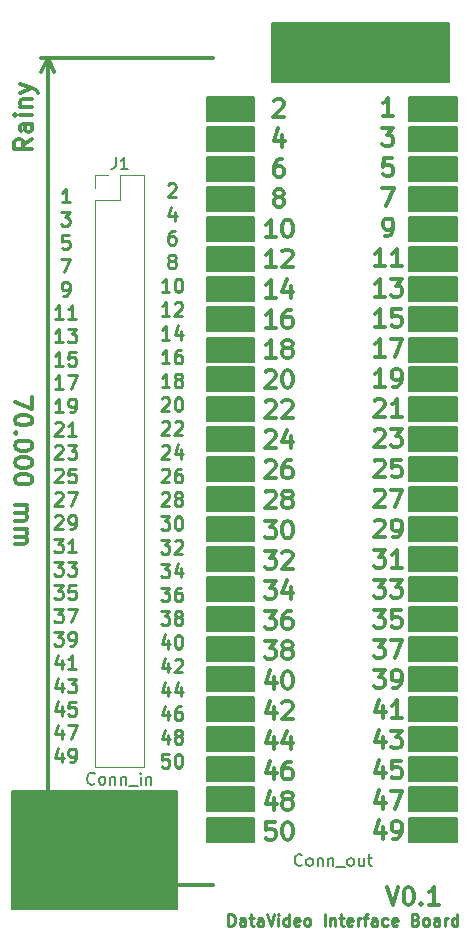
<source format=gbr>
G04 #@! TF.GenerationSoftware,KiCad,Pcbnew,(5.0.0)*
G04 #@! TF.CreationDate,2019-10-17T23:20:27+01:00*
G04 #@! TF.ProjectId,dataVideo_interface,64617461566964656F5F696E74657266,rev?*
G04 #@! TF.SameCoordinates,Original*
G04 #@! TF.FileFunction,Legend,Top*
G04 #@! TF.FilePolarity,Positive*
%FSLAX46Y46*%
G04 Gerber Fmt 4.6, Leading zero omitted, Abs format (unit mm)*
G04 Created by KiCad (PCBNEW (5.0.0)) date 10/17/19 23:20:27*
%MOMM*%
%LPD*%
G01*
G04 APERTURE LIST*
%ADD10C,0.300000*%
%ADD11C,0.250000*%
%ADD12C,0.150000*%
%ADD13C,0.287500*%
%ADD14C,0.120000*%
G04 APERTURE END LIST*
D10*
X111678571Y-89821428D02*
X110964285Y-90321428D01*
X111678571Y-90678571D02*
X110178571Y-90678571D01*
X110178571Y-90107142D01*
X110250000Y-89964285D01*
X110321428Y-89892857D01*
X110464285Y-89821428D01*
X110678571Y-89821428D01*
X110821428Y-89892857D01*
X110892857Y-89964285D01*
X110964285Y-90107142D01*
X110964285Y-90678571D01*
X111678571Y-88535714D02*
X110892857Y-88535714D01*
X110750000Y-88607142D01*
X110678571Y-88750000D01*
X110678571Y-89035714D01*
X110750000Y-89178571D01*
X111607142Y-88535714D02*
X111678571Y-88678571D01*
X111678571Y-89035714D01*
X111607142Y-89178571D01*
X111464285Y-89250000D01*
X111321428Y-89250000D01*
X111178571Y-89178571D01*
X111107142Y-89035714D01*
X111107142Y-88678571D01*
X111035714Y-88535714D01*
X111678571Y-87821428D02*
X110678571Y-87821428D01*
X110178571Y-87821428D02*
X110250000Y-87892857D01*
X110321428Y-87821428D01*
X110250000Y-87750000D01*
X110178571Y-87821428D01*
X110321428Y-87821428D01*
X110678571Y-87107142D02*
X111678571Y-87107142D01*
X110821428Y-87107142D02*
X110750000Y-87035714D01*
X110678571Y-86892857D01*
X110678571Y-86678571D01*
X110750000Y-86535714D01*
X110892857Y-86464285D01*
X111678571Y-86464285D01*
X110678571Y-85892857D02*
X111678571Y-85535714D01*
X110678571Y-85178571D02*
X111678571Y-85535714D01*
X112035714Y-85678571D01*
X112107142Y-85750000D01*
X112178571Y-85892857D01*
X141714285Y-153178571D02*
X142214285Y-154678571D01*
X142714285Y-153178571D01*
X143500000Y-153178571D02*
X143642857Y-153178571D01*
X143785714Y-153250000D01*
X143857142Y-153321428D01*
X143928571Y-153464285D01*
X144000000Y-153750000D01*
X144000000Y-154107142D01*
X143928571Y-154392857D01*
X143857142Y-154535714D01*
X143785714Y-154607142D01*
X143642857Y-154678571D01*
X143500000Y-154678571D01*
X143357142Y-154607142D01*
X143285714Y-154535714D01*
X143214285Y-154392857D01*
X143142857Y-154107142D01*
X143142857Y-153750000D01*
X143214285Y-153464285D01*
X143285714Y-153321428D01*
X143357142Y-153250000D01*
X143500000Y-153178571D01*
X144642857Y-154535714D02*
X144714285Y-154607142D01*
X144642857Y-154678571D01*
X144571428Y-154607142D01*
X144642857Y-154535714D01*
X144642857Y-154678571D01*
X146142857Y-154678571D02*
X145285714Y-154678571D01*
X145714285Y-154678571D02*
X145714285Y-153178571D01*
X145571428Y-153392857D01*
X145428571Y-153535714D01*
X145285714Y-153607142D01*
D11*
X128309523Y-156452380D02*
X128309523Y-155452380D01*
X128547619Y-155452380D01*
X128690476Y-155500000D01*
X128785714Y-155595238D01*
X128833333Y-155690476D01*
X128880952Y-155880952D01*
X128880952Y-156023809D01*
X128833333Y-156214285D01*
X128785714Y-156309523D01*
X128690476Y-156404761D01*
X128547619Y-156452380D01*
X128309523Y-156452380D01*
X129738095Y-156452380D02*
X129738095Y-155928571D01*
X129690476Y-155833333D01*
X129595238Y-155785714D01*
X129404761Y-155785714D01*
X129309523Y-155833333D01*
X129738095Y-156404761D02*
X129642857Y-156452380D01*
X129404761Y-156452380D01*
X129309523Y-156404761D01*
X129261904Y-156309523D01*
X129261904Y-156214285D01*
X129309523Y-156119047D01*
X129404761Y-156071428D01*
X129642857Y-156071428D01*
X129738095Y-156023809D01*
X130071428Y-155785714D02*
X130452380Y-155785714D01*
X130214285Y-155452380D02*
X130214285Y-156309523D01*
X130261904Y-156404761D01*
X130357142Y-156452380D01*
X130452380Y-156452380D01*
X131214285Y-156452380D02*
X131214285Y-155928571D01*
X131166666Y-155833333D01*
X131071428Y-155785714D01*
X130880952Y-155785714D01*
X130785714Y-155833333D01*
X131214285Y-156404761D02*
X131119047Y-156452380D01*
X130880952Y-156452380D01*
X130785714Y-156404761D01*
X130738095Y-156309523D01*
X130738095Y-156214285D01*
X130785714Y-156119047D01*
X130880952Y-156071428D01*
X131119047Y-156071428D01*
X131214285Y-156023809D01*
X131547619Y-155452380D02*
X131880952Y-156452380D01*
X132214285Y-155452380D01*
X132547619Y-156452380D02*
X132547619Y-155785714D01*
X132547619Y-155452380D02*
X132500000Y-155500000D01*
X132547619Y-155547619D01*
X132595238Y-155500000D01*
X132547619Y-155452380D01*
X132547619Y-155547619D01*
X133452380Y-156452380D02*
X133452380Y-155452380D01*
X133452380Y-156404761D02*
X133357142Y-156452380D01*
X133166666Y-156452380D01*
X133071428Y-156404761D01*
X133023809Y-156357142D01*
X132976190Y-156261904D01*
X132976190Y-155976190D01*
X133023809Y-155880952D01*
X133071428Y-155833333D01*
X133166666Y-155785714D01*
X133357142Y-155785714D01*
X133452380Y-155833333D01*
X134309523Y-156404761D02*
X134214285Y-156452380D01*
X134023809Y-156452380D01*
X133928571Y-156404761D01*
X133880952Y-156309523D01*
X133880952Y-155928571D01*
X133928571Y-155833333D01*
X134023809Y-155785714D01*
X134214285Y-155785714D01*
X134309523Y-155833333D01*
X134357142Y-155928571D01*
X134357142Y-156023809D01*
X133880952Y-156119047D01*
X134928571Y-156452380D02*
X134833333Y-156404761D01*
X134785714Y-156357142D01*
X134738095Y-156261904D01*
X134738095Y-155976190D01*
X134785714Y-155880952D01*
X134833333Y-155833333D01*
X134928571Y-155785714D01*
X135071428Y-155785714D01*
X135166666Y-155833333D01*
X135214285Y-155880952D01*
X135261904Y-155976190D01*
X135261904Y-156261904D01*
X135214285Y-156357142D01*
X135166666Y-156404761D01*
X135071428Y-156452380D01*
X134928571Y-156452380D01*
X136452380Y-156452380D02*
X136452380Y-155452380D01*
X136928571Y-155785714D02*
X136928571Y-156452380D01*
X136928571Y-155880952D02*
X136976190Y-155833333D01*
X137071428Y-155785714D01*
X137214285Y-155785714D01*
X137309523Y-155833333D01*
X137357142Y-155928571D01*
X137357142Y-156452380D01*
X137690476Y-155785714D02*
X138071428Y-155785714D01*
X137833333Y-155452380D02*
X137833333Y-156309523D01*
X137880952Y-156404761D01*
X137976190Y-156452380D01*
X138071428Y-156452380D01*
X138785714Y-156404761D02*
X138690476Y-156452380D01*
X138500000Y-156452380D01*
X138404761Y-156404761D01*
X138357142Y-156309523D01*
X138357142Y-155928571D01*
X138404761Y-155833333D01*
X138500000Y-155785714D01*
X138690476Y-155785714D01*
X138785714Y-155833333D01*
X138833333Y-155928571D01*
X138833333Y-156023809D01*
X138357142Y-156119047D01*
X139261904Y-156452380D02*
X139261904Y-155785714D01*
X139261904Y-155976190D02*
X139309523Y-155880952D01*
X139357142Y-155833333D01*
X139452380Y-155785714D01*
X139547619Y-155785714D01*
X139738095Y-155785714D02*
X140119047Y-155785714D01*
X139880952Y-156452380D02*
X139880952Y-155595238D01*
X139928571Y-155500000D01*
X140023809Y-155452380D01*
X140119047Y-155452380D01*
X140880952Y-156452380D02*
X140880952Y-155928571D01*
X140833333Y-155833333D01*
X140738095Y-155785714D01*
X140547619Y-155785714D01*
X140452380Y-155833333D01*
X140880952Y-156404761D02*
X140785714Y-156452380D01*
X140547619Y-156452380D01*
X140452380Y-156404761D01*
X140404761Y-156309523D01*
X140404761Y-156214285D01*
X140452380Y-156119047D01*
X140547619Y-156071428D01*
X140785714Y-156071428D01*
X140880952Y-156023809D01*
X141785714Y-156404761D02*
X141690476Y-156452380D01*
X141500000Y-156452380D01*
X141404761Y-156404761D01*
X141357142Y-156357142D01*
X141309523Y-156261904D01*
X141309523Y-155976190D01*
X141357142Y-155880952D01*
X141404761Y-155833333D01*
X141500000Y-155785714D01*
X141690476Y-155785714D01*
X141785714Y-155833333D01*
X142595238Y-156404761D02*
X142500000Y-156452380D01*
X142309523Y-156452380D01*
X142214285Y-156404761D01*
X142166666Y-156309523D01*
X142166666Y-155928571D01*
X142214285Y-155833333D01*
X142309523Y-155785714D01*
X142500000Y-155785714D01*
X142595238Y-155833333D01*
X142642857Y-155928571D01*
X142642857Y-156023809D01*
X142166666Y-156119047D01*
X144166666Y-155928571D02*
X144309523Y-155976190D01*
X144357142Y-156023809D01*
X144404761Y-156119047D01*
X144404761Y-156261904D01*
X144357142Y-156357142D01*
X144309523Y-156404761D01*
X144214285Y-156452380D01*
X143833333Y-156452380D01*
X143833333Y-155452380D01*
X144166666Y-155452380D01*
X144261904Y-155500000D01*
X144309523Y-155547619D01*
X144357142Y-155642857D01*
X144357142Y-155738095D01*
X144309523Y-155833333D01*
X144261904Y-155880952D01*
X144166666Y-155928571D01*
X143833333Y-155928571D01*
X144976190Y-156452380D02*
X144880952Y-156404761D01*
X144833333Y-156357142D01*
X144785714Y-156261904D01*
X144785714Y-155976190D01*
X144833333Y-155880952D01*
X144880952Y-155833333D01*
X144976190Y-155785714D01*
X145119047Y-155785714D01*
X145214285Y-155833333D01*
X145261904Y-155880952D01*
X145309523Y-155976190D01*
X145309523Y-156261904D01*
X145261904Y-156357142D01*
X145214285Y-156404761D01*
X145119047Y-156452380D01*
X144976190Y-156452380D01*
X146166666Y-156452380D02*
X146166666Y-155928571D01*
X146119047Y-155833333D01*
X146023809Y-155785714D01*
X145833333Y-155785714D01*
X145738095Y-155833333D01*
X146166666Y-156404761D02*
X146071428Y-156452380D01*
X145833333Y-156452380D01*
X145738095Y-156404761D01*
X145690476Y-156309523D01*
X145690476Y-156214285D01*
X145738095Y-156119047D01*
X145833333Y-156071428D01*
X146071428Y-156071428D01*
X146166666Y-156023809D01*
X146642857Y-156452380D02*
X146642857Y-155785714D01*
X146642857Y-155976190D02*
X146690476Y-155880952D01*
X146738095Y-155833333D01*
X146833333Y-155785714D01*
X146928571Y-155785714D01*
X147690476Y-156452380D02*
X147690476Y-155452380D01*
X147690476Y-156404761D02*
X147595238Y-156452380D01*
X147404761Y-156452380D01*
X147309523Y-156404761D01*
X147261904Y-156357142D01*
X147214285Y-156261904D01*
X147214285Y-155976190D01*
X147261904Y-155880952D01*
X147309523Y-155833333D01*
X147404761Y-155785714D01*
X147595238Y-155785714D01*
X147690476Y-155833333D01*
D12*
G36*
X110000000Y-145000000D02*
X124000000Y-145000000D01*
X124000000Y-155000000D01*
X110000000Y-155000000D01*
X110000000Y-145000000D01*
G37*
X110000000Y-145000000D02*
X124000000Y-145000000D01*
X124000000Y-155000000D01*
X110000000Y-155000000D01*
X110000000Y-145000000D01*
G36*
X132000000Y-80000000D02*
X147000000Y-80000000D01*
X147000000Y-85000000D01*
X132000000Y-85000000D01*
X132000000Y-80000000D01*
G37*
X132000000Y-80000000D02*
X147000000Y-80000000D01*
X147000000Y-85000000D01*
X132000000Y-85000000D01*
X132000000Y-80000000D01*
G36*
X126490000Y-147320000D02*
X130490000Y-147320000D01*
X130490000Y-149320000D01*
X126490000Y-149320000D01*
X126490000Y-147320000D01*
G37*
X126490000Y-147320000D02*
X130490000Y-147320000D01*
X130490000Y-149320000D01*
X126490000Y-149320000D01*
X126490000Y-147320000D01*
G36*
X126490000Y-106680000D02*
X130490000Y-106680000D01*
X130490000Y-108680000D01*
X126490000Y-108680000D01*
X126490000Y-106680000D01*
G37*
X126490000Y-106680000D02*
X130490000Y-106680000D01*
X130490000Y-108680000D01*
X126490000Y-108680000D01*
X126490000Y-106680000D01*
G36*
X126490000Y-131985000D02*
X130490000Y-131985000D01*
X130490000Y-133985000D01*
X126490000Y-133985000D01*
X126490000Y-131985000D01*
G37*
X126490000Y-131985000D02*
X130490000Y-131985000D01*
X130490000Y-133985000D01*
X126490000Y-133985000D01*
X126490000Y-131985000D01*
G36*
X126490000Y-124365000D02*
X130490000Y-124365000D01*
X130490000Y-126365000D01*
X126490000Y-126365000D01*
X126490000Y-124365000D01*
G37*
X126490000Y-124365000D02*
X130490000Y-124365000D01*
X130490000Y-126365000D01*
X126490000Y-126365000D01*
X126490000Y-124365000D01*
G36*
X126490000Y-134525000D02*
X130490000Y-134525000D01*
X130490000Y-136525000D01*
X126490000Y-136525000D01*
X126490000Y-134525000D01*
G37*
X126490000Y-134525000D02*
X130490000Y-134525000D01*
X130490000Y-136525000D01*
X126490000Y-136525000D01*
X126490000Y-134525000D01*
G36*
X126490000Y-144685000D02*
X130490000Y-144685000D01*
X130490000Y-146685000D01*
X126490000Y-146685000D01*
X126490000Y-144685000D01*
G37*
X126490000Y-144685000D02*
X130490000Y-144685000D01*
X130490000Y-146685000D01*
X126490000Y-146685000D01*
X126490000Y-144685000D01*
G36*
X126490000Y-137065000D02*
X130490000Y-137065000D01*
X130490000Y-139065000D01*
X126490000Y-139065000D01*
X126490000Y-137065000D01*
G37*
X126490000Y-137065000D02*
X130490000Y-137065000D01*
X130490000Y-139065000D01*
X126490000Y-139065000D01*
X126490000Y-137065000D01*
G36*
X126490000Y-126905000D02*
X130490000Y-126905000D01*
X130490000Y-128905000D01*
X126490000Y-128905000D01*
X126490000Y-126905000D01*
G37*
X126490000Y-126905000D02*
X130490000Y-126905000D01*
X130490000Y-128905000D01*
X126490000Y-128905000D01*
X126490000Y-126905000D01*
G36*
X126490000Y-111665000D02*
X130490000Y-111665000D01*
X130490000Y-113665000D01*
X126490000Y-113665000D01*
X126490000Y-111665000D01*
G37*
X126490000Y-111665000D02*
X130490000Y-111665000D01*
X130490000Y-113665000D01*
X126490000Y-113665000D01*
X126490000Y-111665000D01*
G36*
X126490000Y-139605000D02*
X130490000Y-139605000D01*
X130490000Y-141605000D01*
X126490000Y-141605000D01*
X126490000Y-139605000D01*
G37*
X126490000Y-139605000D02*
X130490000Y-139605000D01*
X130490000Y-141605000D01*
X126490000Y-141605000D01*
X126490000Y-139605000D01*
G36*
X126490000Y-119285000D02*
X130490000Y-119285000D01*
X130490000Y-121285000D01*
X126490000Y-121285000D01*
X126490000Y-119285000D01*
G37*
X126490000Y-119285000D02*
X130490000Y-119285000D01*
X130490000Y-121285000D01*
X126490000Y-121285000D01*
X126490000Y-119285000D01*
G36*
X126490000Y-142145000D02*
X130490000Y-142145000D01*
X130490000Y-144145000D01*
X126490000Y-144145000D01*
X126490000Y-142145000D01*
G37*
X126490000Y-142145000D02*
X130490000Y-142145000D01*
X130490000Y-144145000D01*
X126490000Y-144145000D01*
X126490000Y-142145000D01*
G36*
X126490000Y-129445000D02*
X130490000Y-129445000D01*
X130490000Y-131445000D01*
X126490000Y-131445000D01*
X126490000Y-129445000D01*
G37*
X126490000Y-129445000D02*
X130490000Y-129445000D01*
X130490000Y-131445000D01*
X126490000Y-131445000D01*
X126490000Y-129445000D01*
G36*
X126490000Y-116745000D02*
X130490000Y-116745000D01*
X130490000Y-118745000D01*
X126490000Y-118745000D01*
X126490000Y-116745000D01*
G37*
X126490000Y-116745000D02*
X130490000Y-116745000D01*
X130490000Y-118745000D01*
X126490000Y-118745000D01*
X126490000Y-116745000D01*
G36*
X126490000Y-96425000D02*
X130490000Y-96425000D01*
X130490000Y-98425000D01*
X126490000Y-98425000D01*
X126490000Y-96425000D01*
G37*
X126490000Y-96425000D02*
X130490000Y-96425000D01*
X130490000Y-98425000D01*
X126490000Y-98425000D01*
X126490000Y-96425000D01*
G36*
X126490000Y-121825000D02*
X130490000Y-121825000D01*
X130490000Y-123825000D01*
X126490000Y-123825000D01*
X126490000Y-121825000D01*
G37*
X126490000Y-121825000D02*
X130490000Y-121825000D01*
X130490000Y-123825000D01*
X126490000Y-123825000D01*
X126490000Y-121825000D01*
G36*
X126490000Y-98965000D02*
X130490000Y-98965000D01*
X130490000Y-100965000D01*
X126490000Y-100965000D01*
X126490000Y-98965000D01*
G37*
X126490000Y-98965000D02*
X130490000Y-98965000D01*
X130490000Y-100965000D01*
X126490000Y-100965000D01*
X126490000Y-98965000D01*
G36*
X126490000Y-109125000D02*
X130490000Y-109125000D01*
X130490000Y-111125000D01*
X126490000Y-111125000D01*
X126490000Y-109125000D01*
G37*
X126490000Y-109125000D02*
X130490000Y-109125000D01*
X130490000Y-111125000D01*
X126490000Y-111125000D01*
X126490000Y-109125000D01*
G36*
X126490000Y-114205000D02*
X130490000Y-114205000D01*
X130490000Y-116205000D01*
X126490000Y-116205000D01*
X126490000Y-114205000D01*
G37*
X126490000Y-114205000D02*
X130490000Y-114205000D01*
X130490000Y-116205000D01*
X126490000Y-116205000D01*
X126490000Y-114205000D01*
G36*
X126490000Y-104045000D02*
X130490000Y-104045000D01*
X130490000Y-106045000D01*
X126490000Y-106045000D01*
X126490000Y-104045000D01*
G37*
X126490000Y-104045000D02*
X130490000Y-104045000D01*
X130490000Y-106045000D01*
X126490000Y-106045000D01*
X126490000Y-104045000D01*
G36*
X126490000Y-91345000D02*
X130490000Y-91345000D01*
X130490000Y-93345000D01*
X126490000Y-93345000D01*
X126490000Y-91345000D01*
G37*
X126490000Y-91345000D02*
X130490000Y-91345000D01*
X130490000Y-93345000D01*
X126490000Y-93345000D01*
X126490000Y-91345000D01*
G36*
X126490000Y-86265000D02*
X130490000Y-86265000D01*
X130490000Y-88265000D01*
X126490000Y-88265000D01*
X126490000Y-86265000D01*
G37*
X126490000Y-86265000D02*
X130490000Y-86265000D01*
X130490000Y-88265000D01*
X126490000Y-88265000D01*
X126490000Y-86265000D01*
G36*
X126490000Y-101505000D02*
X130490000Y-101505000D01*
X130490000Y-103505000D01*
X126490000Y-103505000D01*
X126490000Y-101505000D01*
G37*
X126490000Y-101505000D02*
X130490000Y-101505000D01*
X130490000Y-103505000D01*
X126490000Y-103505000D01*
X126490000Y-101505000D01*
G36*
X126490000Y-88805000D02*
X130490000Y-88805000D01*
X130490000Y-90805000D01*
X126490000Y-90805000D01*
X126490000Y-88805000D01*
G37*
X126490000Y-88805000D02*
X130490000Y-88805000D01*
X130490000Y-90805000D01*
X126490000Y-90805000D01*
X126490000Y-88805000D01*
G36*
X126490000Y-93885000D02*
X130490000Y-93885000D01*
X130490000Y-95885000D01*
X126490000Y-95885000D01*
X126490000Y-93885000D01*
G37*
X126490000Y-93885000D02*
X130490000Y-93885000D01*
X130490000Y-95885000D01*
X126490000Y-95885000D01*
X126490000Y-93885000D01*
G36*
X143635000Y-147320000D02*
X147635000Y-147320000D01*
X147635000Y-149320000D01*
X143635000Y-149320000D01*
X143635000Y-147320000D01*
G37*
X143635000Y-147320000D02*
X147635000Y-147320000D01*
X147635000Y-149320000D01*
X143635000Y-149320000D01*
X143635000Y-147320000D01*
G36*
X143635000Y-137065000D02*
X147635000Y-137065000D01*
X147635000Y-139065000D01*
X143635000Y-139065000D01*
X143635000Y-137065000D01*
G37*
X143635000Y-137065000D02*
X147635000Y-137065000D01*
X147635000Y-139065000D01*
X143635000Y-139065000D01*
X143635000Y-137065000D01*
G36*
X143635000Y-139605000D02*
X147635000Y-139605000D01*
X147635000Y-141605000D01*
X143635000Y-141605000D01*
X143635000Y-139605000D01*
G37*
X143635000Y-139605000D02*
X147635000Y-139605000D01*
X147635000Y-141605000D01*
X143635000Y-141605000D01*
X143635000Y-139605000D01*
G36*
X143635000Y-144685000D02*
X147635000Y-144685000D01*
X147635000Y-146685000D01*
X143635000Y-146685000D01*
X143635000Y-144685000D01*
G37*
X143635000Y-144685000D02*
X147635000Y-144685000D01*
X147635000Y-146685000D01*
X143635000Y-146685000D01*
X143635000Y-144685000D01*
G36*
X143635000Y-131985000D02*
X147635000Y-131985000D01*
X147635000Y-133985000D01*
X143635000Y-133985000D01*
X143635000Y-131985000D01*
G37*
X143635000Y-131985000D02*
X147635000Y-131985000D01*
X147635000Y-133985000D01*
X143635000Y-133985000D01*
X143635000Y-131985000D01*
G36*
X143635000Y-126905000D02*
X147635000Y-126905000D01*
X147635000Y-128905000D01*
X143635000Y-128905000D01*
X143635000Y-126905000D01*
G37*
X143635000Y-126905000D02*
X147635000Y-126905000D01*
X147635000Y-128905000D01*
X143635000Y-128905000D01*
X143635000Y-126905000D01*
G36*
X143635000Y-142145000D02*
X147635000Y-142145000D01*
X147635000Y-144145000D01*
X143635000Y-144145000D01*
X143635000Y-142145000D01*
G37*
X143635000Y-142145000D02*
X147635000Y-142145000D01*
X147635000Y-144145000D01*
X143635000Y-144145000D01*
X143635000Y-142145000D01*
G36*
X143635000Y-129445000D02*
X147635000Y-129445000D01*
X147635000Y-131445000D01*
X143635000Y-131445000D01*
X143635000Y-129445000D01*
G37*
X143635000Y-129445000D02*
X147635000Y-129445000D01*
X147635000Y-131445000D01*
X143635000Y-131445000D01*
X143635000Y-129445000D01*
G36*
X143635000Y-134525000D02*
X147635000Y-134525000D01*
X147635000Y-136525000D01*
X143635000Y-136525000D01*
X143635000Y-134525000D01*
G37*
X143635000Y-134525000D02*
X147635000Y-134525000D01*
X147635000Y-136525000D01*
X143635000Y-136525000D01*
X143635000Y-134525000D01*
G36*
X143635000Y-116745000D02*
X147635000Y-116745000D01*
X147635000Y-118745000D01*
X143635000Y-118745000D01*
X143635000Y-116745000D01*
G37*
X143635000Y-116745000D02*
X147635000Y-116745000D01*
X147635000Y-118745000D01*
X143635000Y-118745000D01*
X143635000Y-116745000D01*
G36*
X143635000Y-119285000D02*
X147635000Y-119285000D01*
X147635000Y-121285000D01*
X143635000Y-121285000D01*
X143635000Y-119285000D01*
G37*
X143635000Y-119285000D02*
X147635000Y-119285000D01*
X147635000Y-121285000D01*
X143635000Y-121285000D01*
X143635000Y-119285000D01*
G36*
X143635000Y-124365000D02*
X147635000Y-124365000D01*
X147635000Y-126365000D01*
X143635000Y-126365000D01*
X143635000Y-124365000D01*
G37*
X143635000Y-124365000D02*
X147635000Y-124365000D01*
X147635000Y-126365000D01*
X143635000Y-126365000D01*
X143635000Y-124365000D01*
G36*
X143635000Y-111665000D02*
X147635000Y-111665000D01*
X147635000Y-113665000D01*
X143635000Y-113665000D01*
X143635000Y-111665000D01*
G37*
X143635000Y-111665000D02*
X147635000Y-111665000D01*
X147635000Y-113665000D01*
X143635000Y-113665000D01*
X143635000Y-111665000D01*
G36*
X143635000Y-106680000D02*
X147635000Y-106680000D01*
X147635000Y-108680000D01*
X143635000Y-108680000D01*
X143635000Y-106680000D01*
G37*
X143635000Y-106680000D02*
X147635000Y-106680000D01*
X147635000Y-108680000D01*
X143635000Y-108680000D01*
X143635000Y-106680000D01*
G36*
X143635000Y-121825000D02*
X147635000Y-121825000D01*
X147635000Y-123825000D01*
X143635000Y-123825000D01*
X143635000Y-121825000D01*
G37*
X143635000Y-121825000D02*
X147635000Y-121825000D01*
X147635000Y-123825000D01*
X143635000Y-123825000D01*
X143635000Y-121825000D01*
G36*
X143635000Y-109125000D02*
X147635000Y-109125000D01*
X147635000Y-111125000D01*
X143635000Y-111125000D01*
X143635000Y-109125000D01*
G37*
X143635000Y-109125000D02*
X147635000Y-109125000D01*
X147635000Y-111125000D01*
X143635000Y-111125000D01*
X143635000Y-109125000D01*
G36*
X143635000Y-114205000D02*
X147635000Y-114205000D01*
X147635000Y-116205000D01*
X143635000Y-116205000D01*
X143635000Y-114205000D01*
G37*
X143635000Y-114205000D02*
X147635000Y-114205000D01*
X147635000Y-116205000D01*
X143635000Y-116205000D01*
X143635000Y-114205000D01*
G36*
X143635000Y-104045000D02*
X147635000Y-104045000D01*
X147635000Y-106045000D01*
X143635000Y-106045000D01*
X143635000Y-104045000D01*
G37*
X143635000Y-104045000D02*
X147635000Y-104045000D01*
X147635000Y-106045000D01*
X143635000Y-106045000D01*
X143635000Y-104045000D01*
G36*
X143635000Y-101505000D02*
X147635000Y-101505000D01*
X147635000Y-103505000D01*
X143635000Y-103505000D01*
X143635000Y-101505000D01*
G37*
X143635000Y-101505000D02*
X147635000Y-101505000D01*
X147635000Y-103505000D01*
X143635000Y-103505000D01*
X143635000Y-101505000D01*
G36*
X143635000Y-98965000D02*
X147635000Y-98965000D01*
X147635000Y-100965000D01*
X143635000Y-100965000D01*
X143635000Y-98965000D01*
G37*
X143635000Y-98965000D02*
X147635000Y-98965000D01*
X147635000Y-100965000D01*
X143635000Y-100965000D01*
X143635000Y-98965000D01*
G36*
X143635000Y-96425000D02*
X147635000Y-96425000D01*
X147635000Y-98425000D01*
X143635000Y-98425000D01*
X143635000Y-96425000D01*
G37*
X143635000Y-96425000D02*
X147635000Y-96425000D01*
X147635000Y-98425000D01*
X143635000Y-98425000D01*
X143635000Y-96425000D01*
G36*
X143635000Y-93885000D02*
X147635000Y-93885000D01*
X147635000Y-95885000D01*
X143635000Y-95885000D01*
X143635000Y-93885000D01*
G37*
X143635000Y-93885000D02*
X147635000Y-93885000D01*
X147635000Y-95885000D01*
X143635000Y-95885000D01*
X143635000Y-93885000D01*
G36*
X143635000Y-91345000D02*
X147635000Y-91345000D01*
X147635000Y-93345000D01*
X143635000Y-93345000D01*
X143635000Y-91345000D01*
G37*
X143635000Y-91345000D02*
X147635000Y-91345000D01*
X147635000Y-93345000D01*
X143635000Y-93345000D01*
X143635000Y-91345000D01*
G36*
X143635000Y-88805000D02*
X147635000Y-88805000D01*
X147635000Y-90805000D01*
X143635000Y-90805000D01*
X143635000Y-88805000D01*
G37*
X143635000Y-88805000D02*
X147635000Y-88805000D01*
X147635000Y-90805000D01*
X143635000Y-90805000D01*
X143635000Y-88805000D01*
G36*
X143635000Y-86265000D02*
X147635000Y-86265000D01*
X147635000Y-88265000D01*
X143635000Y-88265000D01*
X143635000Y-86265000D01*
G37*
X143635000Y-86265000D02*
X147635000Y-86265000D01*
X147635000Y-88265000D01*
X143635000Y-88265000D01*
X143635000Y-86265000D01*
D10*
X111721429Y-111714285D02*
X111721429Y-112714285D01*
X110221429Y-112071428D01*
X111721429Y-113571428D02*
X111721429Y-113714285D01*
X111650001Y-113857142D01*
X111578572Y-113928571D01*
X111435715Y-114000000D01*
X111150001Y-114071428D01*
X110792858Y-114071428D01*
X110507143Y-114000000D01*
X110364286Y-113928571D01*
X110292858Y-113857142D01*
X110221429Y-113714285D01*
X110221429Y-113571428D01*
X110292858Y-113428571D01*
X110364286Y-113357142D01*
X110507143Y-113285714D01*
X110792858Y-113214285D01*
X111150001Y-113214285D01*
X111435715Y-113285714D01*
X111578572Y-113357142D01*
X111650001Y-113428571D01*
X111721429Y-113571428D01*
X110364286Y-114714285D02*
X110292858Y-114785714D01*
X110221429Y-114714285D01*
X110292858Y-114642857D01*
X110364286Y-114714285D01*
X110221429Y-114714285D01*
X111721429Y-115714285D02*
X111721429Y-115857142D01*
X111650001Y-116000000D01*
X111578572Y-116071428D01*
X111435715Y-116142857D01*
X111150001Y-116214285D01*
X110792858Y-116214285D01*
X110507143Y-116142857D01*
X110364286Y-116071428D01*
X110292858Y-116000000D01*
X110221429Y-115857142D01*
X110221429Y-115714285D01*
X110292858Y-115571428D01*
X110364286Y-115500000D01*
X110507143Y-115428571D01*
X110792858Y-115357142D01*
X111150001Y-115357142D01*
X111435715Y-115428571D01*
X111578572Y-115500000D01*
X111650001Y-115571428D01*
X111721429Y-115714285D01*
X111721429Y-117142857D02*
X111721429Y-117285714D01*
X111650001Y-117428571D01*
X111578572Y-117500000D01*
X111435715Y-117571428D01*
X111150001Y-117642857D01*
X110792858Y-117642857D01*
X110507143Y-117571428D01*
X110364286Y-117500000D01*
X110292858Y-117428571D01*
X110221429Y-117285714D01*
X110221429Y-117142857D01*
X110292858Y-117000000D01*
X110364286Y-116928571D01*
X110507143Y-116857142D01*
X110792858Y-116785714D01*
X111150001Y-116785714D01*
X111435715Y-116857142D01*
X111578572Y-116928571D01*
X111650001Y-117000000D01*
X111721429Y-117142857D01*
X111721429Y-118571428D02*
X111721429Y-118714285D01*
X111650001Y-118857142D01*
X111578572Y-118928571D01*
X111435715Y-119000000D01*
X111150001Y-119071428D01*
X110792858Y-119071428D01*
X110507143Y-119000000D01*
X110364286Y-118928571D01*
X110292858Y-118857142D01*
X110221429Y-118714285D01*
X110221429Y-118571428D01*
X110292858Y-118428571D01*
X110364286Y-118357142D01*
X110507143Y-118285714D01*
X110792858Y-118214285D01*
X111150001Y-118214285D01*
X111435715Y-118285714D01*
X111578572Y-118357142D01*
X111650001Y-118428571D01*
X111721429Y-118571428D01*
X110221429Y-120857142D02*
X111221429Y-120857142D01*
X111078572Y-120857142D02*
X111150001Y-120928571D01*
X111221429Y-121071428D01*
X111221429Y-121285714D01*
X111150001Y-121428571D01*
X111007143Y-121500000D01*
X110221429Y-121500000D01*
X111007143Y-121500000D02*
X111150001Y-121571428D01*
X111221429Y-121714285D01*
X111221429Y-121928571D01*
X111150001Y-122071428D01*
X111007143Y-122142857D01*
X110221429Y-122142857D01*
X110221429Y-122857142D02*
X111221429Y-122857142D01*
X111078572Y-122857142D02*
X111150001Y-122928571D01*
X111221429Y-123071428D01*
X111221429Y-123285714D01*
X111150001Y-123428571D01*
X111007143Y-123500000D01*
X110221429Y-123500000D01*
X111007143Y-123500000D02*
X111150001Y-123571428D01*
X111221429Y-123714285D01*
X111221429Y-123928571D01*
X111150001Y-124071428D01*
X111007143Y-124142857D01*
X110221429Y-124142857D01*
X113000001Y-83000000D02*
X113000001Y-153000000D01*
X127000000Y-83000000D02*
X112413580Y-83000000D01*
X127000000Y-153000000D02*
X112413580Y-153000000D01*
X113000001Y-153000000D02*
X112413580Y-151873496D01*
X113000001Y-153000000D02*
X113586422Y-151873496D01*
X113000001Y-83000000D02*
X112413580Y-84126504D01*
X113000001Y-83000000D02*
X113586422Y-84126504D01*
D13*
X123217028Y-93703921D02*
X123271790Y-93649160D01*
X123381314Y-93594398D01*
X123655123Y-93594398D01*
X123764647Y-93649160D01*
X123819409Y-93703921D01*
X123874171Y-93813445D01*
X123874171Y-93922969D01*
X123819409Y-94087255D01*
X123162266Y-94744398D01*
X123874171Y-94744398D01*
X123764647Y-95990231D02*
X123764647Y-96756898D01*
X123490838Y-95552136D02*
X123217028Y-96373564D01*
X123928933Y-96373564D01*
X123764647Y-97619398D02*
X123545600Y-97619398D01*
X123436076Y-97674160D01*
X123381314Y-97728921D01*
X123271790Y-97893207D01*
X123217028Y-98112255D01*
X123217028Y-98550350D01*
X123271790Y-98659874D01*
X123326552Y-98714636D01*
X123436076Y-98769398D01*
X123655123Y-98769398D01*
X123764647Y-98714636D01*
X123819409Y-98659874D01*
X123874171Y-98550350D01*
X123874171Y-98276540D01*
X123819409Y-98167017D01*
X123764647Y-98112255D01*
X123655123Y-98057493D01*
X123436076Y-98057493D01*
X123326552Y-98112255D01*
X123271790Y-98167017D01*
X123217028Y-98276540D01*
X123436076Y-100124755D02*
X123326552Y-100069993D01*
X123271790Y-100015231D01*
X123217028Y-99905707D01*
X123217028Y-99850945D01*
X123271790Y-99741421D01*
X123326552Y-99686660D01*
X123436076Y-99631898D01*
X123655123Y-99631898D01*
X123764647Y-99686660D01*
X123819409Y-99741421D01*
X123874171Y-99850945D01*
X123874171Y-99905707D01*
X123819409Y-100015231D01*
X123764647Y-100069993D01*
X123655123Y-100124755D01*
X123436076Y-100124755D01*
X123326552Y-100179517D01*
X123271790Y-100234279D01*
X123217028Y-100343802D01*
X123217028Y-100562850D01*
X123271790Y-100672374D01*
X123326552Y-100727136D01*
X123436076Y-100781898D01*
X123655123Y-100781898D01*
X123764647Y-100727136D01*
X123819409Y-100672374D01*
X123874171Y-100562850D01*
X123874171Y-100343802D01*
X123819409Y-100234279D01*
X123764647Y-100179517D01*
X123655123Y-100124755D01*
X123326552Y-102794398D02*
X122669409Y-102794398D01*
X122997980Y-102794398D02*
X122997980Y-101644398D01*
X122888457Y-101808683D01*
X122778933Y-101918207D01*
X122669409Y-101972969D01*
X124038457Y-101644398D02*
X124147980Y-101644398D01*
X124257504Y-101699160D01*
X124312266Y-101753921D01*
X124367028Y-101863445D01*
X124421790Y-102082493D01*
X124421790Y-102356302D01*
X124367028Y-102575350D01*
X124312266Y-102684874D01*
X124257504Y-102739636D01*
X124147980Y-102794398D01*
X124038457Y-102794398D01*
X123928933Y-102739636D01*
X123874171Y-102684874D01*
X123819409Y-102575350D01*
X123764647Y-102356302D01*
X123764647Y-102082493D01*
X123819409Y-101863445D01*
X123874171Y-101753921D01*
X123928933Y-101699160D01*
X124038457Y-101644398D01*
X123326552Y-104806898D02*
X122669409Y-104806898D01*
X122997980Y-104806898D02*
X122997980Y-103656898D01*
X122888457Y-103821183D01*
X122778933Y-103930707D01*
X122669409Y-103985469D01*
X123764647Y-103766421D02*
X123819409Y-103711660D01*
X123928933Y-103656898D01*
X124202742Y-103656898D01*
X124312266Y-103711660D01*
X124367028Y-103766421D01*
X124421790Y-103875945D01*
X124421790Y-103985469D01*
X124367028Y-104149755D01*
X123709885Y-104806898D01*
X124421790Y-104806898D01*
X123326552Y-106819398D02*
X122669409Y-106819398D01*
X122997980Y-106819398D02*
X122997980Y-105669398D01*
X122888457Y-105833683D01*
X122778933Y-105943207D01*
X122669409Y-105997969D01*
X124312266Y-106052731D02*
X124312266Y-106819398D01*
X124038457Y-105614636D02*
X123764647Y-106436064D01*
X124476552Y-106436064D01*
X123326552Y-108831898D02*
X122669409Y-108831898D01*
X122997980Y-108831898D02*
X122997980Y-107681898D01*
X122888457Y-107846183D01*
X122778933Y-107955707D01*
X122669409Y-108010469D01*
X124312266Y-107681898D02*
X124093219Y-107681898D01*
X123983695Y-107736660D01*
X123928933Y-107791421D01*
X123819409Y-107955707D01*
X123764647Y-108174755D01*
X123764647Y-108612850D01*
X123819409Y-108722374D01*
X123874171Y-108777136D01*
X123983695Y-108831898D01*
X124202742Y-108831898D01*
X124312266Y-108777136D01*
X124367028Y-108722374D01*
X124421790Y-108612850D01*
X124421790Y-108339040D01*
X124367028Y-108229517D01*
X124312266Y-108174755D01*
X124202742Y-108119993D01*
X123983695Y-108119993D01*
X123874171Y-108174755D01*
X123819409Y-108229517D01*
X123764647Y-108339040D01*
X123326552Y-110844398D02*
X122669409Y-110844398D01*
X122997980Y-110844398D02*
X122997980Y-109694398D01*
X122888457Y-109858683D01*
X122778933Y-109968207D01*
X122669409Y-110022969D01*
X123983695Y-110187255D02*
X123874171Y-110132493D01*
X123819409Y-110077731D01*
X123764647Y-109968207D01*
X123764647Y-109913445D01*
X123819409Y-109803921D01*
X123874171Y-109749160D01*
X123983695Y-109694398D01*
X124202742Y-109694398D01*
X124312266Y-109749160D01*
X124367028Y-109803921D01*
X124421790Y-109913445D01*
X124421790Y-109968207D01*
X124367028Y-110077731D01*
X124312266Y-110132493D01*
X124202742Y-110187255D01*
X123983695Y-110187255D01*
X123874171Y-110242017D01*
X123819409Y-110296779D01*
X123764647Y-110406302D01*
X123764647Y-110625350D01*
X123819409Y-110734874D01*
X123874171Y-110789636D01*
X123983695Y-110844398D01*
X124202742Y-110844398D01*
X124312266Y-110789636D01*
X124367028Y-110734874D01*
X124421790Y-110625350D01*
X124421790Y-110406302D01*
X124367028Y-110296779D01*
X124312266Y-110242017D01*
X124202742Y-110187255D01*
X122669409Y-111816421D02*
X122724171Y-111761660D01*
X122833695Y-111706898D01*
X123107504Y-111706898D01*
X123217028Y-111761660D01*
X123271790Y-111816421D01*
X123326552Y-111925945D01*
X123326552Y-112035469D01*
X123271790Y-112199755D01*
X122614647Y-112856898D01*
X123326552Y-112856898D01*
X124038457Y-111706898D02*
X124147980Y-111706898D01*
X124257504Y-111761660D01*
X124312266Y-111816421D01*
X124367028Y-111925945D01*
X124421790Y-112144993D01*
X124421790Y-112418802D01*
X124367028Y-112637850D01*
X124312266Y-112747374D01*
X124257504Y-112802136D01*
X124147980Y-112856898D01*
X124038457Y-112856898D01*
X123928933Y-112802136D01*
X123874171Y-112747374D01*
X123819409Y-112637850D01*
X123764647Y-112418802D01*
X123764647Y-112144993D01*
X123819409Y-111925945D01*
X123874171Y-111816421D01*
X123928933Y-111761660D01*
X124038457Y-111706898D01*
X122669409Y-113828921D02*
X122724171Y-113774160D01*
X122833695Y-113719398D01*
X123107504Y-113719398D01*
X123217028Y-113774160D01*
X123271790Y-113828921D01*
X123326552Y-113938445D01*
X123326552Y-114047969D01*
X123271790Y-114212255D01*
X122614647Y-114869398D01*
X123326552Y-114869398D01*
X123764647Y-113828921D02*
X123819409Y-113774160D01*
X123928933Y-113719398D01*
X124202742Y-113719398D01*
X124312266Y-113774160D01*
X124367028Y-113828921D01*
X124421790Y-113938445D01*
X124421790Y-114047969D01*
X124367028Y-114212255D01*
X123709885Y-114869398D01*
X124421790Y-114869398D01*
X122669409Y-115841421D02*
X122724171Y-115786660D01*
X122833695Y-115731898D01*
X123107504Y-115731898D01*
X123217028Y-115786660D01*
X123271790Y-115841421D01*
X123326552Y-115950945D01*
X123326552Y-116060469D01*
X123271790Y-116224755D01*
X122614647Y-116881898D01*
X123326552Y-116881898D01*
X124312266Y-116115231D02*
X124312266Y-116881898D01*
X124038457Y-115677136D02*
X123764647Y-116498564D01*
X124476552Y-116498564D01*
X122669409Y-117853921D02*
X122724171Y-117799160D01*
X122833695Y-117744398D01*
X123107504Y-117744398D01*
X123217028Y-117799160D01*
X123271790Y-117853921D01*
X123326552Y-117963445D01*
X123326552Y-118072969D01*
X123271790Y-118237255D01*
X122614647Y-118894398D01*
X123326552Y-118894398D01*
X124312266Y-117744398D02*
X124093219Y-117744398D01*
X123983695Y-117799160D01*
X123928933Y-117853921D01*
X123819409Y-118018207D01*
X123764647Y-118237255D01*
X123764647Y-118675350D01*
X123819409Y-118784874D01*
X123874171Y-118839636D01*
X123983695Y-118894398D01*
X124202742Y-118894398D01*
X124312266Y-118839636D01*
X124367028Y-118784874D01*
X124421790Y-118675350D01*
X124421790Y-118401540D01*
X124367028Y-118292017D01*
X124312266Y-118237255D01*
X124202742Y-118182493D01*
X123983695Y-118182493D01*
X123874171Y-118237255D01*
X123819409Y-118292017D01*
X123764647Y-118401540D01*
X122669409Y-119866421D02*
X122724171Y-119811660D01*
X122833695Y-119756898D01*
X123107504Y-119756898D01*
X123217028Y-119811660D01*
X123271790Y-119866421D01*
X123326552Y-119975945D01*
X123326552Y-120085469D01*
X123271790Y-120249755D01*
X122614647Y-120906898D01*
X123326552Y-120906898D01*
X123983695Y-120249755D02*
X123874171Y-120194993D01*
X123819409Y-120140231D01*
X123764647Y-120030707D01*
X123764647Y-119975945D01*
X123819409Y-119866421D01*
X123874171Y-119811660D01*
X123983695Y-119756898D01*
X124202742Y-119756898D01*
X124312266Y-119811660D01*
X124367028Y-119866421D01*
X124421790Y-119975945D01*
X124421790Y-120030707D01*
X124367028Y-120140231D01*
X124312266Y-120194993D01*
X124202742Y-120249755D01*
X123983695Y-120249755D01*
X123874171Y-120304517D01*
X123819409Y-120359279D01*
X123764647Y-120468802D01*
X123764647Y-120687850D01*
X123819409Y-120797374D01*
X123874171Y-120852136D01*
X123983695Y-120906898D01*
X124202742Y-120906898D01*
X124312266Y-120852136D01*
X124367028Y-120797374D01*
X124421790Y-120687850D01*
X124421790Y-120468802D01*
X124367028Y-120359279D01*
X124312266Y-120304517D01*
X124202742Y-120249755D01*
X122614647Y-121769398D02*
X123326552Y-121769398D01*
X122943219Y-122207493D01*
X123107504Y-122207493D01*
X123217028Y-122262255D01*
X123271790Y-122317017D01*
X123326552Y-122426540D01*
X123326552Y-122700350D01*
X123271790Y-122809874D01*
X123217028Y-122864636D01*
X123107504Y-122919398D01*
X122778933Y-122919398D01*
X122669409Y-122864636D01*
X122614647Y-122809874D01*
X124038457Y-121769398D02*
X124147980Y-121769398D01*
X124257504Y-121824160D01*
X124312266Y-121878921D01*
X124367028Y-121988445D01*
X124421790Y-122207493D01*
X124421790Y-122481302D01*
X124367028Y-122700350D01*
X124312266Y-122809874D01*
X124257504Y-122864636D01*
X124147980Y-122919398D01*
X124038457Y-122919398D01*
X123928933Y-122864636D01*
X123874171Y-122809874D01*
X123819409Y-122700350D01*
X123764647Y-122481302D01*
X123764647Y-122207493D01*
X123819409Y-121988445D01*
X123874171Y-121878921D01*
X123928933Y-121824160D01*
X124038457Y-121769398D01*
X122614647Y-123781898D02*
X123326552Y-123781898D01*
X122943219Y-124219993D01*
X123107504Y-124219993D01*
X123217028Y-124274755D01*
X123271790Y-124329517D01*
X123326552Y-124439040D01*
X123326552Y-124712850D01*
X123271790Y-124822374D01*
X123217028Y-124877136D01*
X123107504Y-124931898D01*
X122778933Y-124931898D01*
X122669409Y-124877136D01*
X122614647Y-124822374D01*
X123764647Y-123891421D02*
X123819409Y-123836660D01*
X123928933Y-123781898D01*
X124202742Y-123781898D01*
X124312266Y-123836660D01*
X124367028Y-123891421D01*
X124421790Y-124000945D01*
X124421790Y-124110469D01*
X124367028Y-124274755D01*
X123709885Y-124931898D01*
X124421790Y-124931898D01*
X122614647Y-125794398D02*
X123326552Y-125794398D01*
X122943219Y-126232493D01*
X123107504Y-126232493D01*
X123217028Y-126287255D01*
X123271790Y-126342017D01*
X123326552Y-126451540D01*
X123326552Y-126725350D01*
X123271790Y-126834874D01*
X123217028Y-126889636D01*
X123107504Y-126944398D01*
X122778933Y-126944398D01*
X122669409Y-126889636D01*
X122614647Y-126834874D01*
X124312266Y-126177731D02*
X124312266Y-126944398D01*
X124038457Y-125739636D02*
X123764647Y-126561064D01*
X124476552Y-126561064D01*
X122614647Y-127806898D02*
X123326552Y-127806898D01*
X122943219Y-128244993D01*
X123107504Y-128244993D01*
X123217028Y-128299755D01*
X123271790Y-128354517D01*
X123326552Y-128464040D01*
X123326552Y-128737850D01*
X123271790Y-128847374D01*
X123217028Y-128902136D01*
X123107504Y-128956898D01*
X122778933Y-128956898D01*
X122669409Y-128902136D01*
X122614647Y-128847374D01*
X124312266Y-127806898D02*
X124093219Y-127806898D01*
X123983695Y-127861660D01*
X123928933Y-127916421D01*
X123819409Y-128080707D01*
X123764647Y-128299755D01*
X123764647Y-128737850D01*
X123819409Y-128847374D01*
X123874171Y-128902136D01*
X123983695Y-128956898D01*
X124202742Y-128956898D01*
X124312266Y-128902136D01*
X124367028Y-128847374D01*
X124421790Y-128737850D01*
X124421790Y-128464040D01*
X124367028Y-128354517D01*
X124312266Y-128299755D01*
X124202742Y-128244993D01*
X123983695Y-128244993D01*
X123874171Y-128299755D01*
X123819409Y-128354517D01*
X123764647Y-128464040D01*
X122614647Y-129819398D02*
X123326552Y-129819398D01*
X122943219Y-130257493D01*
X123107504Y-130257493D01*
X123217028Y-130312255D01*
X123271790Y-130367017D01*
X123326552Y-130476540D01*
X123326552Y-130750350D01*
X123271790Y-130859874D01*
X123217028Y-130914636D01*
X123107504Y-130969398D01*
X122778933Y-130969398D01*
X122669409Y-130914636D01*
X122614647Y-130859874D01*
X123983695Y-130312255D02*
X123874171Y-130257493D01*
X123819409Y-130202731D01*
X123764647Y-130093207D01*
X123764647Y-130038445D01*
X123819409Y-129928921D01*
X123874171Y-129874160D01*
X123983695Y-129819398D01*
X124202742Y-129819398D01*
X124312266Y-129874160D01*
X124367028Y-129928921D01*
X124421790Y-130038445D01*
X124421790Y-130093207D01*
X124367028Y-130202731D01*
X124312266Y-130257493D01*
X124202742Y-130312255D01*
X123983695Y-130312255D01*
X123874171Y-130367017D01*
X123819409Y-130421779D01*
X123764647Y-130531302D01*
X123764647Y-130750350D01*
X123819409Y-130859874D01*
X123874171Y-130914636D01*
X123983695Y-130969398D01*
X124202742Y-130969398D01*
X124312266Y-130914636D01*
X124367028Y-130859874D01*
X124421790Y-130750350D01*
X124421790Y-130531302D01*
X124367028Y-130421779D01*
X124312266Y-130367017D01*
X124202742Y-130312255D01*
X123217028Y-132215231D02*
X123217028Y-132981898D01*
X122943219Y-131777136D02*
X122669409Y-132598564D01*
X123381314Y-132598564D01*
X124038457Y-131831898D02*
X124147980Y-131831898D01*
X124257504Y-131886660D01*
X124312266Y-131941421D01*
X124367028Y-132050945D01*
X124421790Y-132269993D01*
X124421790Y-132543802D01*
X124367028Y-132762850D01*
X124312266Y-132872374D01*
X124257504Y-132927136D01*
X124147980Y-132981898D01*
X124038457Y-132981898D01*
X123928933Y-132927136D01*
X123874171Y-132872374D01*
X123819409Y-132762850D01*
X123764647Y-132543802D01*
X123764647Y-132269993D01*
X123819409Y-132050945D01*
X123874171Y-131941421D01*
X123928933Y-131886660D01*
X124038457Y-131831898D01*
X123217028Y-134227731D02*
X123217028Y-134994398D01*
X122943219Y-133789636D02*
X122669409Y-134611064D01*
X123381314Y-134611064D01*
X123764647Y-133953921D02*
X123819409Y-133899160D01*
X123928933Y-133844398D01*
X124202742Y-133844398D01*
X124312266Y-133899160D01*
X124367028Y-133953921D01*
X124421790Y-134063445D01*
X124421790Y-134172969D01*
X124367028Y-134337255D01*
X123709885Y-134994398D01*
X124421790Y-134994398D01*
X123217028Y-136240231D02*
X123217028Y-137006898D01*
X122943219Y-135802136D02*
X122669409Y-136623564D01*
X123381314Y-136623564D01*
X124312266Y-136240231D02*
X124312266Y-137006898D01*
X124038457Y-135802136D02*
X123764647Y-136623564D01*
X124476552Y-136623564D01*
X123217028Y-138252731D02*
X123217028Y-139019398D01*
X122943219Y-137814636D02*
X122669409Y-138636064D01*
X123381314Y-138636064D01*
X124312266Y-137869398D02*
X124093219Y-137869398D01*
X123983695Y-137924160D01*
X123928933Y-137978921D01*
X123819409Y-138143207D01*
X123764647Y-138362255D01*
X123764647Y-138800350D01*
X123819409Y-138909874D01*
X123874171Y-138964636D01*
X123983695Y-139019398D01*
X124202742Y-139019398D01*
X124312266Y-138964636D01*
X124367028Y-138909874D01*
X124421790Y-138800350D01*
X124421790Y-138526540D01*
X124367028Y-138417017D01*
X124312266Y-138362255D01*
X124202742Y-138307493D01*
X123983695Y-138307493D01*
X123874171Y-138362255D01*
X123819409Y-138417017D01*
X123764647Y-138526540D01*
X123217028Y-140265231D02*
X123217028Y-141031898D01*
X122943219Y-139827136D02*
X122669409Y-140648564D01*
X123381314Y-140648564D01*
X123983695Y-140374755D02*
X123874171Y-140319993D01*
X123819409Y-140265231D01*
X123764647Y-140155707D01*
X123764647Y-140100945D01*
X123819409Y-139991421D01*
X123874171Y-139936660D01*
X123983695Y-139881898D01*
X124202742Y-139881898D01*
X124312266Y-139936660D01*
X124367028Y-139991421D01*
X124421790Y-140100945D01*
X124421790Y-140155707D01*
X124367028Y-140265231D01*
X124312266Y-140319993D01*
X124202742Y-140374755D01*
X123983695Y-140374755D01*
X123874171Y-140429517D01*
X123819409Y-140484279D01*
X123764647Y-140593802D01*
X123764647Y-140812850D01*
X123819409Y-140922374D01*
X123874171Y-140977136D01*
X123983695Y-141031898D01*
X124202742Y-141031898D01*
X124312266Y-140977136D01*
X124367028Y-140922374D01*
X124421790Y-140812850D01*
X124421790Y-140593802D01*
X124367028Y-140484279D01*
X124312266Y-140429517D01*
X124202742Y-140374755D01*
X123271790Y-141894398D02*
X122724171Y-141894398D01*
X122669409Y-142442017D01*
X122724171Y-142387255D01*
X122833695Y-142332493D01*
X123107504Y-142332493D01*
X123217028Y-142387255D01*
X123271790Y-142442017D01*
X123326552Y-142551540D01*
X123326552Y-142825350D01*
X123271790Y-142934874D01*
X123217028Y-142989636D01*
X123107504Y-143044398D01*
X122833695Y-143044398D01*
X122724171Y-142989636D01*
X122669409Y-142934874D01*
X124038457Y-141894398D02*
X124147980Y-141894398D01*
X124257504Y-141949160D01*
X124312266Y-142003921D01*
X124367028Y-142113445D01*
X124421790Y-142332493D01*
X124421790Y-142606302D01*
X124367028Y-142825350D01*
X124312266Y-142934874D01*
X124257504Y-142989636D01*
X124147980Y-143044398D01*
X124038457Y-143044398D01*
X123928933Y-142989636D01*
X123874171Y-142934874D01*
X123819409Y-142825350D01*
X123764647Y-142606302D01*
X123764647Y-142332493D01*
X123819409Y-142113445D01*
X123874171Y-142003921D01*
X123928933Y-141949160D01*
X124038457Y-141894398D01*
D11*
X114871457Y-95194398D02*
X114185742Y-95194398D01*
X114528600Y-95194398D02*
X114528600Y-94044398D01*
X114414314Y-94208683D01*
X114300028Y-94318207D01*
X114185742Y-94372969D01*
X114128600Y-96019398D02*
X114871457Y-96019398D01*
X114471457Y-96457493D01*
X114642885Y-96457493D01*
X114757171Y-96512255D01*
X114814314Y-96567017D01*
X114871457Y-96676540D01*
X114871457Y-96950350D01*
X114814314Y-97059874D01*
X114757171Y-97114636D01*
X114642885Y-97169398D01*
X114300028Y-97169398D01*
X114185742Y-97114636D01*
X114128600Y-97059874D01*
X114814314Y-97994398D02*
X114242885Y-97994398D01*
X114185742Y-98542017D01*
X114242885Y-98487255D01*
X114357171Y-98432493D01*
X114642885Y-98432493D01*
X114757171Y-98487255D01*
X114814314Y-98542017D01*
X114871457Y-98651540D01*
X114871457Y-98925350D01*
X114814314Y-99034874D01*
X114757171Y-99089636D01*
X114642885Y-99144398D01*
X114357171Y-99144398D01*
X114242885Y-99089636D01*
X114185742Y-99034874D01*
X114128600Y-99969398D02*
X114928600Y-99969398D01*
X114414314Y-101119398D01*
X114300028Y-103094398D02*
X114528600Y-103094398D01*
X114642885Y-103039636D01*
X114700028Y-102984874D01*
X114814314Y-102820588D01*
X114871457Y-102601540D01*
X114871457Y-102163445D01*
X114814314Y-102053921D01*
X114757171Y-101999160D01*
X114642885Y-101944398D01*
X114414314Y-101944398D01*
X114300028Y-101999160D01*
X114242885Y-102053921D01*
X114185742Y-102163445D01*
X114185742Y-102437255D01*
X114242885Y-102546779D01*
X114300028Y-102601540D01*
X114414314Y-102656302D01*
X114642885Y-102656302D01*
X114757171Y-102601540D01*
X114814314Y-102546779D01*
X114871457Y-102437255D01*
X114300028Y-105069398D02*
X113614314Y-105069398D01*
X113957171Y-105069398D02*
X113957171Y-103919398D01*
X113842885Y-104083683D01*
X113728600Y-104193207D01*
X113614314Y-104247969D01*
X115442885Y-105069398D02*
X114757171Y-105069398D01*
X115100028Y-105069398D02*
X115100028Y-103919398D01*
X114985742Y-104083683D01*
X114871457Y-104193207D01*
X114757171Y-104247969D01*
X114300028Y-107044398D02*
X113614314Y-107044398D01*
X113957171Y-107044398D02*
X113957171Y-105894398D01*
X113842885Y-106058683D01*
X113728600Y-106168207D01*
X113614314Y-106222969D01*
X114700028Y-105894398D02*
X115442885Y-105894398D01*
X115042885Y-106332493D01*
X115214314Y-106332493D01*
X115328600Y-106387255D01*
X115385742Y-106442017D01*
X115442885Y-106551540D01*
X115442885Y-106825350D01*
X115385742Y-106934874D01*
X115328600Y-106989636D01*
X115214314Y-107044398D01*
X114871457Y-107044398D01*
X114757171Y-106989636D01*
X114700028Y-106934874D01*
X114300028Y-109019398D02*
X113614314Y-109019398D01*
X113957171Y-109019398D02*
X113957171Y-107869398D01*
X113842885Y-108033683D01*
X113728600Y-108143207D01*
X113614314Y-108197969D01*
X115385742Y-107869398D02*
X114814314Y-107869398D01*
X114757171Y-108417017D01*
X114814314Y-108362255D01*
X114928600Y-108307493D01*
X115214314Y-108307493D01*
X115328600Y-108362255D01*
X115385742Y-108417017D01*
X115442885Y-108526540D01*
X115442885Y-108800350D01*
X115385742Y-108909874D01*
X115328600Y-108964636D01*
X115214314Y-109019398D01*
X114928600Y-109019398D01*
X114814314Y-108964636D01*
X114757171Y-108909874D01*
X114300028Y-110994398D02*
X113614314Y-110994398D01*
X113957171Y-110994398D02*
X113957171Y-109844398D01*
X113842885Y-110008683D01*
X113728600Y-110118207D01*
X113614314Y-110172969D01*
X114700028Y-109844398D02*
X115500028Y-109844398D01*
X114985742Y-110994398D01*
X114300028Y-112969398D02*
X113614314Y-112969398D01*
X113957171Y-112969398D02*
X113957171Y-111819398D01*
X113842885Y-111983683D01*
X113728600Y-112093207D01*
X113614314Y-112147969D01*
X114871457Y-112969398D02*
X115100028Y-112969398D01*
X115214314Y-112914636D01*
X115271457Y-112859874D01*
X115385742Y-112695588D01*
X115442885Y-112476540D01*
X115442885Y-112038445D01*
X115385742Y-111928921D01*
X115328600Y-111874160D01*
X115214314Y-111819398D01*
X114985742Y-111819398D01*
X114871457Y-111874160D01*
X114814314Y-111928921D01*
X114757171Y-112038445D01*
X114757171Y-112312255D01*
X114814314Y-112421779D01*
X114871457Y-112476540D01*
X114985742Y-112531302D01*
X115214314Y-112531302D01*
X115328600Y-112476540D01*
X115385742Y-112421779D01*
X115442885Y-112312255D01*
X113614314Y-113903921D02*
X113671457Y-113849160D01*
X113785742Y-113794398D01*
X114071457Y-113794398D01*
X114185742Y-113849160D01*
X114242885Y-113903921D01*
X114300028Y-114013445D01*
X114300028Y-114122969D01*
X114242885Y-114287255D01*
X113557171Y-114944398D01*
X114300028Y-114944398D01*
X115442885Y-114944398D02*
X114757171Y-114944398D01*
X115100028Y-114944398D02*
X115100028Y-113794398D01*
X114985742Y-113958683D01*
X114871457Y-114068207D01*
X114757171Y-114122969D01*
X113614314Y-115878921D02*
X113671457Y-115824160D01*
X113785742Y-115769398D01*
X114071457Y-115769398D01*
X114185742Y-115824160D01*
X114242885Y-115878921D01*
X114300028Y-115988445D01*
X114300028Y-116097969D01*
X114242885Y-116262255D01*
X113557171Y-116919398D01*
X114300028Y-116919398D01*
X114700028Y-115769398D02*
X115442885Y-115769398D01*
X115042885Y-116207493D01*
X115214314Y-116207493D01*
X115328600Y-116262255D01*
X115385742Y-116317017D01*
X115442885Y-116426540D01*
X115442885Y-116700350D01*
X115385742Y-116809874D01*
X115328600Y-116864636D01*
X115214314Y-116919398D01*
X114871457Y-116919398D01*
X114757171Y-116864636D01*
X114700028Y-116809874D01*
X113614314Y-117853921D02*
X113671457Y-117799160D01*
X113785742Y-117744398D01*
X114071457Y-117744398D01*
X114185742Y-117799160D01*
X114242885Y-117853921D01*
X114300028Y-117963445D01*
X114300028Y-118072969D01*
X114242885Y-118237255D01*
X113557171Y-118894398D01*
X114300028Y-118894398D01*
X115385742Y-117744398D02*
X114814314Y-117744398D01*
X114757171Y-118292017D01*
X114814314Y-118237255D01*
X114928600Y-118182493D01*
X115214314Y-118182493D01*
X115328600Y-118237255D01*
X115385742Y-118292017D01*
X115442885Y-118401540D01*
X115442885Y-118675350D01*
X115385742Y-118784874D01*
X115328600Y-118839636D01*
X115214314Y-118894398D01*
X114928600Y-118894398D01*
X114814314Y-118839636D01*
X114757171Y-118784874D01*
X113614314Y-119828921D02*
X113671457Y-119774160D01*
X113785742Y-119719398D01*
X114071457Y-119719398D01*
X114185742Y-119774160D01*
X114242885Y-119828921D01*
X114300028Y-119938445D01*
X114300028Y-120047969D01*
X114242885Y-120212255D01*
X113557171Y-120869398D01*
X114300028Y-120869398D01*
X114700028Y-119719398D02*
X115500028Y-119719398D01*
X114985742Y-120869398D01*
X113614314Y-121803921D02*
X113671457Y-121749160D01*
X113785742Y-121694398D01*
X114071457Y-121694398D01*
X114185742Y-121749160D01*
X114242885Y-121803921D01*
X114300028Y-121913445D01*
X114300028Y-122022969D01*
X114242885Y-122187255D01*
X113557171Y-122844398D01*
X114300028Y-122844398D01*
X114871457Y-122844398D02*
X115100028Y-122844398D01*
X115214314Y-122789636D01*
X115271457Y-122734874D01*
X115385742Y-122570588D01*
X115442885Y-122351540D01*
X115442885Y-121913445D01*
X115385742Y-121803921D01*
X115328600Y-121749160D01*
X115214314Y-121694398D01*
X114985742Y-121694398D01*
X114871457Y-121749160D01*
X114814314Y-121803921D01*
X114757171Y-121913445D01*
X114757171Y-122187255D01*
X114814314Y-122296779D01*
X114871457Y-122351540D01*
X114985742Y-122406302D01*
X115214314Y-122406302D01*
X115328600Y-122351540D01*
X115385742Y-122296779D01*
X115442885Y-122187255D01*
X113557171Y-123669398D02*
X114300028Y-123669398D01*
X113900028Y-124107493D01*
X114071457Y-124107493D01*
X114185742Y-124162255D01*
X114242885Y-124217017D01*
X114300028Y-124326540D01*
X114300028Y-124600350D01*
X114242885Y-124709874D01*
X114185742Y-124764636D01*
X114071457Y-124819398D01*
X113728600Y-124819398D01*
X113614314Y-124764636D01*
X113557171Y-124709874D01*
X115442885Y-124819398D02*
X114757171Y-124819398D01*
X115100028Y-124819398D02*
X115100028Y-123669398D01*
X114985742Y-123833683D01*
X114871457Y-123943207D01*
X114757171Y-123997969D01*
X113557171Y-125644398D02*
X114300028Y-125644398D01*
X113900028Y-126082493D01*
X114071457Y-126082493D01*
X114185742Y-126137255D01*
X114242885Y-126192017D01*
X114300028Y-126301540D01*
X114300028Y-126575350D01*
X114242885Y-126684874D01*
X114185742Y-126739636D01*
X114071457Y-126794398D01*
X113728600Y-126794398D01*
X113614314Y-126739636D01*
X113557171Y-126684874D01*
X114700028Y-125644398D02*
X115442885Y-125644398D01*
X115042885Y-126082493D01*
X115214314Y-126082493D01*
X115328600Y-126137255D01*
X115385742Y-126192017D01*
X115442885Y-126301540D01*
X115442885Y-126575350D01*
X115385742Y-126684874D01*
X115328600Y-126739636D01*
X115214314Y-126794398D01*
X114871457Y-126794398D01*
X114757171Y-126739636D01*
X114700028Y-126684874D01*
X113557171Y-127619398D02*
X114300028Y-127619398D01*
X113900028Y-128057493D01*
X114071457Y-128057493D01*
X114185742Y-128112255D01*
X114242885Y-128167017D01*
X114300028Y-128276540D01*
X114300028Y-128550350D01*
X114242885Y-128659874D01*
X114185742Y-128714636D01*
X114071457Y-128769398D01*
X113728600Y-128769398D01*
X113614314Y-128714636D01*
X113557171Y-128659874D01*
X115385742Y-127619398D02*
X114814314Y-127619398D01*
X114757171Y-128167017D01*
X114814314Y-128112255D01*
X114928600Y-128057493D01*
X115214314Y-128057493D01*
X115328600Y-128112255D01*
X115385742Y-128167017D01*
X115442885Y-128276540D01*
X115442885Y-128550350D01*
X115385742Y-128659874D01*
X115328600Y-128714636D01*
X115214314Y-128769398D01*
X114928600Y-128769398D01*
X114814314Y-128714636D01*
X114757171Y-128659874D01*
X113557171Y-129594398D02*
X114300028Y-129594398D01*
X113900028Y-130032493D01*
X114071457Y-130032493D01*
X114185742Y-130087255D01*
X114242885Y-130142017D01*
X114300028Y-130251540D01*
X114300028Y-130525350D01*
X114242885Y-130634874D01*
X114185742Y-130689636D01*
X114071457Y-130744398D01*
X113728600Y-130744398D01*
X113614314Y-130689636D01*
X113557171Y-130634874D01*
X114700028Y-129594398D02*
X115500028Y-129594398D01*
X114985742Y-130744398D01*
X113557171Y-131569398D02*
X114300028Y-131569398D01*
X113900028Y-132007493D01*
X114071457Y-132007493D01*
X114185742Y-132062255D01*
X114242885Y-132117017D01*
X114300028Y-132226540D01*
X114300028Y-132500350D01*
X114242885Y-132609874D01*
X114185742Y-132664636D01*
X114071457Y-132719398D01*
X113728600Y-132719398D01*
X113614314Y-132664636D01*
X113557171Y-132609874D01*
X114871457Y-132719398D02*
X115100028Y-132719398D01*
X115214314Y-132664636D01*
X115271457Y-132609874D01*
X115385742Y-132445588D01*
X115442885Y-132226540D01*
X115442885Y-131788445D01*
X115385742Y-131678921D01*
X115328600Y-131624160D01*
X115214314Y-131569398D01*
X114985742Y-131569398D01*
X114871457Y-131624160D01*
X114814314Y-131678921D01*
X114757171Y-131788445D01*
X114757171Y-132062255D01*
X114814314Y-132171779D01*
X114871457Y-132226540D01*
X114985742Y-132281302D01*
X115214314Y-132281302D01*
X115328600Y-132226540D01*
X115385742Y-132171779D01*
X115442885Y-132062255D01*
X114185742Y-133927731D02*
X114185742Y-134694398D01*
X113900028Y-133489636D02*
X113614314Y-134311064D01*
X114357171Y-134311064D01*
X115442885Y-134694398D02*
X114757171Y-134694398D01*
X115100028Y-134694398D02*
X115100028Y-133544398D01*
X114985742Y-133708683D01*
X114871457Y-133818207D01*
X114757171Y-133872969D01*
X114185742Y-135902731D02*
X114185742Y-136669398D01*
X113900028Y-135464636D02*
X113614314Y-136286064D01*
X114357171Y-136286064D01*
X114700028Y-135519398D02*
X115442885Y-135519398D01*
X115042885Y-135957493D01*
X115214314Y-135957493D01*
X115328600Y-136012255D01*
X115385742Y-136067017D01*
X115442885Y-136176540D01*
X115442885Y-136450350D01*
X115385742Y-136559874D01*
X115328600Y-136614636D01*
X115214314Y-136669398D01*
X114871457Y-136669398D01*
X114757171Y-136614636D01*
X114700028Y-136559874D01*
X114185742Y-137877731D02*
X114185742Y-138644398D01*
X113900028Y-137439636D02*
X113614314Y-138261064D01*
X114357171Y-138261064D01*
X115385742Y-137494398D02*
X114814314Y-137494398D01*
X114757171Y-138042017D01*
X114814314Y-137987255D01*
X114928600Y-137932493D01*
X115214314Y-137932493D01*
X115328600Y-137987255D01*
X115385742Y-138042017D01*
X115442885Y-138151540D01*
X115442885Y-138425350D01*
X115385742Y-138534874D01*
X115328600Y-138589636D01*
X115214314Y-138644398D01*
X114928600Y-138644398D01*
X114814314Y-138589636D01*
X114757171Y-138534874D01*
X114185742Y-139852731D02*
X114185742Y-140619398D01*
X113900028Y-139414636D02*
X113614314Y-140236064D01*
X114357171Y-140236064D01*
X114700028Y-139469398D02*
X115500028Y-139469398D01*
X114985742Y-140619398D01*
X114185742Y-141827731D02*
X114185742Y-142594398D01*
X113900028Y-141389636D02*
X113614314Y-142211064D01*
X114357171Y-142211064D01*
X114871457Y-142594398D02*
X115100028Y-142594398D01*
X115214314Y-142539636D01*
X115271457Y-142484874D01*
X115385742Y-142320588D01*
X115442885Y-142101540D01*
X115442885Y-141663445D01*
X115385742Y-141553921D01*
X115328600Y-141499160D01*
X115214314Y-141444398D01*
X114985742Y-141444398D01*
X114871457Y-141499160D01*
X114814314Y-141553921D01*
X114757171Y-141663445D01*
X114757171Y-141937255D01*
X114814314Y-142046779D01*
X114871457Y-142101540D01*
X114985742Y-142156302D01*
X115214314Y-142156302D01*
X115328600Y-142101540D01*
X115385742Y-142046779D01*
X115442885Y-141937255D01*
D10*
X132174668Y-86592668D02*
X132246097Y-86521240D01*
X132388954Y-86449811D01*
X132746097Y-86449811D01*
X132888954Y-86521240D01*
X132960382Y-86592668D01*
X133031811Y-86735525D01*
X133031811Y-86878382D01*
X132960382Y-87092668D01*
X132103240Y-87949811D01*
X133031811Y-87949811D01*
X132888954Y-89499811D02*
X132888954Y-90499811D01*
X132531811Y-88928382D02*
X132174668Y-89999811D01*
X133103240Y-89999811D01*
X132888954Y-91549811D02*
X132603240Y-91549811D01*
X132460382Y-91621240D01*
X132388954Y-91692668D01*
X132246097Y-91906954D01*
X132174668Y-92192668D01*
X132174668Y-92764097D01*
X132246097Y-92906954D01*
X132317525Y-92978382D01*
X132460382Y-93049811D01*
X132746097Y-93049811D01*
X132888954Y-92978382D01*
X132960382Y-92906954D01*
X133031811Y-92764097D01*
X133031811Y-92406954D01*
X132960382Y-92264097D01*
X132888954Y-92192668D01*
X132746097Y-92121240D01*
X132460382Y-92121240D01*
X132317525Y-92192668D01*
X132246097Y-92264097D01*
X132174668Y-92406954D01*
X132460382Y-94742668D02*
X132317525Y-94671240D01*
X132246097Y-94599811D01*
X132174668Y-94456954D01*
X132174668Y-94385525D01*
X132246097Y-94242668D01*
X132317525Y-94171240D01*
X132460382Y-94099811D01*
X132746097Y-94099811D01*
X132888954Y-94171240D01*
X132960382Y-94242668D01*
X133031811Y-94385525D01*
X133031811Y-94456954D01*
X132960382Y-94599811D01*
X132888954Y-94671240D01*
X132746097Y-94742668D01*
X132460382Y-94742668D01*
X132317525Y-94814097D01*
X132246097Y-94885525D01*
X132174668Y-95028382D01*
X132174668Y-95314097D01*
X132246097Y-95456954D01*
X132317525Y-95528382D01*
X132460382Y-95599811D01*
X132746097Y-95599811D01*
X132888954Y-95528382D01*
X132960382Y-95456954D01*
X133031811Y-95314097D01*
X133031811Y-95028382D01*
X132960382Y-94885525D01*
X132888954Y-94814097D01*
X132746097Y-94742668D01*
X132317525Y-98149811D02*
X131460382Y-98149811D01*
X131888954Y-98149811D02*
X131888954Y-96649811D01*
X131746097Y-96864097D01*
X131603240Y-97006954D01*
X131460382Y-97078382D01*
X133246097Y-96649811D02*
X133388954Y-96649811D01*
X133531811Y-96721240D01*
X133603240Y-96792668D01*
X133674668Y-96935525D01*
X133746097Y-97221240D01*
X133746097Y-97578382D01*
X133674668Y-97864097D01*
X133603240Y-98006954D01*
X133531811Y-98078382D01*
X133388954Y-98149811D01*
X133246097Y-98149811D01*
X133103240Y-98078382D01*
X133031811Y-98006954D01*
X132960382Y-97864097D01*
X132888954Y-97578382D01*
X132888954Y-97221240D01*
X132960382Y-96935525D01*
X133031811Y-96792668D01*
X133103240Y-96721240D01*
X133246097Y-96649811D01*
X132317525Y-100699811D02*
X131460382Y-100699811D01*
X131888954Y-100699811D02*
X131888954Y-99199811D01*
X131746097Y-99414097D01*
X131603240Y-99556954D01*
X131460382Y-99628382D01*
X132888954Y-99342668D02*
X132960382Y-99271240D01*
X133103240Y-99199811D01*
X133460382Y-99199811D01*
X133603240Y-99271240D01*
X133674668Y-99342668D01*
X133746097Y-99485525D01*
X133746097Y-99628382D01*
X133674668Y-99842668D01*
X132817525Y-100699811D01*
X133746097Y-100699811D01*
X132317525Y-103249811D02*
X131460382Y-103249811D01*
X131888954Y-103249811D02*
X131888954Y-101749811D01*
X131746097Y-101964097D01*
X131603240Y-102106954D01*
X131460382Y-102178382D01*
X133603240Y-102249811D02*
X133603240Y-103249811D01*
X133246097Y-101678382D02*
X132888954Y-102749811D01*
X133817525Y-102749811D01*
X132317525Y-105799811D02*
X131460382Y-105799811D01*
X131888954Y-105799811D02*
X131888954Y-104299811D01*
X131746097Y-104514097D01*
X131603240Y-104656954D01*
X131460382Y-104728382D01*
X133603240Y-104299811D02*
X133317525Y-104299811D01*
X133174668Y-104371240D01*
X133103240Y-104442668D01*
X132960382Y-104656954D01*
X132888954Y-104942668D01*
X132888954Y-105514097D01*
X132960382Y-105656954D01*
X133031811Y-105728382D01*
X133174668Y-105799811D01*
X133460382Y-105799811D01*
X133603240Y-105728382D01*
X133674668Y-105656954D01*
X133746097Y-105514097D01*
X133746097Y-105156954D01*
X133674668Y-105014097D01*
X133603240Y-104942668D01*
X133460382Y-104871240D01*
X133174668Y-104871240D01*
X133031811Y-104942668D01*
X132960382Y-105014097D01*
X132888954Y-105156954D01*
X132317525Y-108349811D02*
X131460382Y-108349811D01*
X131888954Y-108349811D02*
X131888954Y-106849811D01*
X131746097Y-107064097D01*
X131603240Y-107206954D01*
X131460382Y-107278382D01*
X133174668Y-107492668D02*
X133031811Y-107421240D01*
X132960382Y-107349811D01*
X132888954Y-107206954D01*
X132888954Y-107135525D01*
X132960382Y-106992668D01*
X133031811Y-106921240D01*
X133174668Y-106849811D01*
X133460382Y-106849811D01*
X133603240Y-106921240D01*
X133674668Y-106992668D01*
X133746097Y-107135525D01*
X133746097Y-107206954D01*
X133674668Y-107349811D01*
X133603240Y-107421240D01*
X133460382Y-107492668D01*
X133174668Y-107492668D01*
X133031811Y-107564097D01*
X132960382Y-107635525D01*
X132888954Y-107778382D01*
X132888954Y-108064097D01*
X132960382Y-108206954D01*
X133031811Y-108278382D01*
X133174668Y-108349811D01*
X133460382Y-108349811D01*
X133603240Y-108278382D01*
X133674668Y-108206954D01*
X133746097Y-108064097D01*
X133746097Y-107778382D01*
X133674668Y-107635525D01*
X133603240Y-107564097D01*
X133460382Y-107492668D01*
X131460382Y-109542668D02*
X131531811Y-109471240D01*
X131674668Y-109399811D01*
X132031811Y-109399811D01*
X132174668Y-109471240D01*
X132246097Y-109542668D01*
X132317525Y-109685525D01*
X132317525Y-109828382D01*
X132246097Y-110042668D01*
X131388954Y-110899811D01*
X132317525Y-110899811D01*
X133246097Y-109399811D02*
X133388954Y-109399811D01*
X133531811Y-109471240D01*
X133603240Y-109542668D01*
X133674668Y-109685525D01*
X133746097Y-109971240D01*
X133746097Y-110328382D01*
X133674668Y-110614097D01*
X133603240Y-110756954D01*
X133531811Y-110828382D01*
X133388954Y-110899811D01*
X133246097Y-110899811D01*
X133103240Y-110828382D01*
X133031811Y-110756954D01*
X132960382Y-110614097D01*
X132888954Y-110328382D01*
X132888954Y-109971240D01*
X132960382Y-109685525D01*
X133031811Y-109542668D01*
X133103240Y-109471240D01*
X133246097Y-109399811D01*
X131460382Y-112092668D02*
X131531811Y-112021240D01*
X131674668Y-111949811D01*
X132031811Y-111949811D01*
X132174668Y-112021240D01*
X132246097Y-112092668D01*
X132317525Y-112235525D01*
X132317525Y-112378382D01*
X132246097Y-112592668D01*
X131388954Y-113449811D01*
X132317525Y-113449811D01*
X132888954Y-112092668D02*
X132960382Y-112021240D01*
X133103240Y-111949811D01*
X133460382Y-111949811D01*
X133603240Y-112021240D01*
X133674668Y-112092668D01*
X133746097Y-112235525D01*
X133746097Y-112378382D01*
X133674668Y-112592668D01*
X132817525Y-113449811D01*
X133746097Y-113449811D01*
X131460382Y-114642668D02*
X131531811Y-114571240D01*
X131674668Y-114499811D01*
X132031811Y-114499811D01*
X132174668Y-114571240D01*
X132246097Y-114642668D01*
X132317525Y-114785525D01*
X132317525Y-114928382D01*
X132246097Y-115142668D01*
X131388954Y-115999811D01*
X132317525Y-115999811D01*
X133603240Y-114999811D02*
X133603240Y-115999811D01*
X133246097Y-114428382D02*
X132888954Y-115499811D01*
X133817525Y-115499811D01*
X131460382Y-117192668D02*
X131531811Y-117121240D01*
X131674668Y-117049811D01*
X132031811Y-117049811D01*
X132174668Y-117121240D01*
X132246097Y-117192668D01*
X132317525Y-117335525D01*
X132317525Y-117478382D01*
X132246097Y-117692668D01*
X131388954Y-118549811D01*
X132317525Y-118549811D01*
X133603240Y-117049811D02*
X133317525Y-117049811D01*
X133174668Y-117121240D01*
X133103240Y-117192668D01*
X132960382Y-117406954D01*
X132888954Y-117692668D01*
X132888954Y-118264097D01*
X132960382Y-118406954D01*
X133031811Y-118478382D01*
X133174668Y-118549811D01*
X133460382Y-118549811D01*
X133603240Y-118478382D01*
X133674668Y-118406954D01*
X133746097Y-118264097D01*
X133746097Y-117906954D01*
X133674668Y-117764097D01*
X133603240Y-117692668D01*
X133460382Y-117621240D01*
X133174668Y-117621240D01*
X133031811Y-117692668D01*
X132960382Y-117764097D01*
X132888954Y-117906954D01*
X131460382Y-119742668D02*
X131531811Y-119671240D01*
X131674668Y-119599811D01*
X132031811Y-119599811D01*
X132174668Y-119671240D01*
X132246097Y-119742668D01*
X132317525Y-119885525D01*
X132317525Y-120028382D01*
X132246097Y-120242668D01*
X131388954Y-121099811D01*
X132317525Y-121099811D01*
X133174668Y-120242668D02*
X133031811Y-120171240D01*
X132960382Y-120099811D01*
X132888954Y-119956954D01*
X132888954Y-119885525D01*
X132960382Y-119742668D01*
X133031811Y-119671240D01*
X133174668Y-119599811D01*
X133460382Y-119599811D01*
X133603240Y-119671240D01*
X133674668Y-119742668D01*
X133746097Y-119885525D01*
X133746097Y-119956954D01*
X133674668Y-120099811D01*
X133603240Y-120171240D01*
X133460382Y-120242668D01*
X133174668Y-120242668D01*
X133031811Y-120314097D01*
X132960382Y-120385525D01*
X132888954Y-120528382D01*
X132888954Y-120814097D01*
X132960382Y-120956954D01*
X133031811Y-121028382D01*
X133174668Y-121099811D01*
X133460382Y-121099811D01*
X133603240Y-121028382D01*
X133674668Y-120956954D01*
X133746097Y-120814097D01*
X133746097Y-120528382D01*
X133674668Y-120385525D01*
X133603240Y-120314097D01*
X133460382Y-120242668D01*
X131388954Y-122149811D02*
X132317525Y-122149811D01*
X131817525Y-122721240D01*
X132031811Y-122721240D01*
X132174668Y-122792668D01*
X132246097Y-122864097D01*
X132317525Y-123006954D01*
X132317525Y-123364097D01*
X132246097Y-123506954D01*
X132174668Y-123578382D01*
X132031811Y-123649811D01*
X131603240Y-123649811D01*
X131460382Y-123578382D01*
X131388954Y-123506954D01*
X133246097Y-122149811D02*
X133388954Y-122149811D01*
X133531811Y-122221240D01*
X133603240Y-122292668D01*
X133674668Y-122435525D01*
X133746097Y-122721240D01*
X133746097Y-123078382D01*
X133674668Y-123364097D01*
X133603240Y-123506954D01*
X133531811Y-123578382D01*
X133388954Y-123649811D01*
X133246097Y-123649811D01*
X133103240Y-123578382D01*
X133031811Y-123506954D01*
X132960382Y-123364097D01*
X132888954Y-123078382D01*
X132888954Y-122721240D01*
X132960382Y-122435525D01*
X133031811Y-122292668D01*
X133103240Y-122221240D01*
X133246097Y-122149811D01*
X131388954Y-124699811D02*
X132317525Y-124699811D01*
X131817525Y-125271240D01*
X132031811Y-125271240D01*
X132174668Y-125342668D01*
X132246097Y-125414097D01*
X132317525Y-125556954D01*
X132317525Y-125914097D01*
X132246097Y-126056954D01*
X132174668Y-126128382D01*
X132031811Y-126199811D01*
X131603240Y-126199811D01*
X131460382Y-126128382D01*
X131388954Y-126056954D01*
X132888954Y-124842668D02*
X132960382Y-124771240D01*
X133103240Y-124699811D01*
X133460382Y-124699811D01*
X133603240Y-124771240D01*
X133674668Y-124842668D01*
X133746097Y-124985525D01*
X133746097Y-125128382D01*
X133674668Y-125342668D01*
X132817525Y-126199811D01*
X133746097Y-126199811D01*
X131388954Y-127249811D02*
X132317525Y-127249811D01*
X131817525Y-127821240D01*
X132031811Y-127821240D01*
X132174668Y-127892668D01*
X132246097Y-127964097D01*
X132317525Y-128106954D01*
X132317525Y-128464097D01*
X132246097Y-128606954D01*
X132174668Y-128678382D01*
X132031811Y-128749811D01*
X131603240Y-128749811D01*
X131460382Y-128678382D01*
X131388954Y-128606954D01*
X133603240Y-127749811D02*
X133603240Y-128749811D01*
X133246097Y-127178382D02*
X132888954Y-128249811D01*
X133817525Y-128249811D01*
X131388954Y-129799811D02*
X132317525Y-129799811D01*
X131817525Y-130371240D01*
X132031811Y-130371240D01*
X132174668Y-130442668D01*
X132246097Y-130514097D01*
X132317525Y-130656954D01*
X132317525Y-131014097D01*
X132246097Y-131156954D01*
X132174668Y-131228382D01*
X132031811Y-131299811D01*
X131603240Y-131299811D01*
X131460382Y-131228382D01*
X131388954Y-131156954D01*
X133603240Y-129799811D02*
X133317525Y-129799811D01*
X133174668Y-129871240D01*
X133103240Y-129942668D01*
X132960382Y-130156954D01*
X132888954Y-130442668D01*
X132888954Y-131014097D01*
X132960382Y-131156954D01*
X133031811Y-131228382D01*
X133174668Y-131299811D01*
X133460382Y-131299811D01*
X133603240Y-131228382D01*
X133674668Y-131156954D01*
X133746097Y-131014097D01*
X133746097Y-130656954D01*
X133674668Y-130514097D01*
X133603240Y-130442668D01*
X133460382Y-130371240D01*
X133174668Y-130371240D01*
X133031811Y-130442668D01*
X132960382Y-130514097D01*
X132888954Y-130656954D01*
X131388954Y-132349811D02*
X132317525Y-132349811D01*
X131817525Y-132921240D01*
X132031811Y-132921240D01*
X132174668Y-132992668D01*
X132246097Y-133064097D01*
X132317525Y-133206954D01*
X132317525Y-133564097D01*
X132246097Y-133706954D01*
X132174668Y-133778382D01*
X132031811Y-133849811D01*
X131603240Y-133849811D01*
X131460382Y-133778382D01*
X131388954Y-133706954D01*
X133174668Y-132992668D02*
X133031811Y-132921240D01*
X132960382Y-132849811D01*
X132888954Y-132706954D01*
X132888954Y-132635525D01*
X132960382Y-132492668D01*
X133031811Y-132421240D01*
X133174668Y-132349811D01*
X133460382Y-132349811D01*
X133603240Y-132421240D01*
X133674668Y-132492668D01*
X133746097Y-132635525D01*
X133746097Y-132706954D01*
X133674668Y-132849811D01*
X133603240Y-132921240D01*
X133460382Y-132992668D01*
X133174668Y-132992668D01*
X133031811Y-133064097D01*
X132960382Y-133135525D01*
X132888954Y-133278382D01*
X132888954Y-133564097D01*
X132960382Y-133706954D01*
X133031811Y-133778382D01*
X133174668Y-133849811D01*
X133460382Y-133849811D01*
X133603240Y-133778382D01*
X133674668Y-133706954D01*
X133746097Y-133564097D01*
X133746097Y-133278382D01*
X133674668Y-133135525D01*
X133603240Y-133064097D01*
X133460382Y-132992668D01*
X132174668Y-135399811D02*
X132174668Y-136399811D01*
X131817525Y-134828382D02*
X131460382Y-135899811D01*
X132388954Y-135899811D01*
X133246097Y-134899811D02*
X133388954Y-134899811D01*
X133531811Y-134971240D01*
X133603240Y-135042668D01*
X133674668Y-135185525D01*
X133746097Y-135471240D01*
X133746097Y-135828382D01*
X133674668Y-136114097D01*
X133603240Y-136256954D01*
X133531811Y-136328382D01*
X133388954Y-136399811D01*
X133246097Y-136399811D01*
X133103240Y-136328382D01*
X133031811Y-136256954D01*
X132960382Y-136114097D01*
X132888954Y-135828382D01*
X132888954Y-135471240D01*
X132960382Y-135185525D01*
X133031811Y-135042668D01*
X133103240Y-134971240D01*
X133246097Y-134899811D01*
X132174668Y-137949811D02*
X132174668Y-138949811D01*
X131817525Y-137378382D02*
X131460382Y-138449811D01*
X132388954Y-138449811D01*
X132888954Y-137592668D02*
X132960382Y-137521240D01*
X133103240Y-137449811D01*
X133460382Y-137449811D01*
X133603240Y-137521240D01*
X133674668Y-137592668D01*
X133746097Y-137735525D01*
X133746097Y-137878382D01*
X133674668Y-138092668D01*
X132817525Y-138949811D01*
X133746097Y-138949811D01*
X132174668Y-140499811D02*
X132174668Y-141499811D01*
X131817525Y-139928382D02*
X131460382Y-140999811D01*
X132388954Y-140999811D01*
X133603240Y-140499811D02*
X133603240Y-141499811D01*
X133246097Y-139928382D02*
X132888954Y-140999811D01*
X133817525Y-140999811D01*
X132174668Y-143049811D02*
X132174668Y-144049811D01*
X131817525Y-142478382D02*
X131460382Y-143549811D01*
X132388954Y-143549811D01*
X133603240Y-142549811D02*
X133317525Y-142549811D01*
X133174668Y-142621240D01*
X133103240Y-142692668D01*
X132960382Y-142906954D01*
X132888954Y-143192668D01*
X132888954Y-143764097D01*
X132960382Y-143906954D01*
X133031811Y-143978382D01*
X133174668Y-144049811D01*
X133460382Y-144049811D01*
X133603240Y-143978382D01*
X133674668Y-143906954D01*
X133746097Y-143764097D01*
X133746097Y-143406954D01*
X133674668Y-143264097D01*
X133603240Y-143192668D01*
X133460382Y-143121240D01*
X133174668Y-143121240D01*
X133031811Y-143192668D01*
X132960382Y-143264097D01*
X132888954Y-143406954D01*
X132174668Y-145599811D02*
X132174668Y-146599811D01*
X131817525Y-145028382D02*
X131460382Y-146099811D01*
X132388954Y-146099811D01*
X133174668Y-145742668D02*
X133031811Y-145671240D01*
X132960382Y-145599811D01*
X132888954Y-145456954D01*
X132888954Y-145385525D01*
X132960382Y-145242668D01*
X133031811Y-145171240D01*
X133174668Y-145099811D01*
X133460382Y-145099811D01*
X133603240Y-145171240D01*
X133674668Y-145242668D01*
X133746097Y-145385525D01*
X133746097Y-145456954D01*
X133674668Y-145599811D01*
X133603240Y-145671240D01*
X133460382Y-145742668D01*
X133174668Y-145742668D01*
X133031811Y-145814097D01*
X132960382Y-145885525D01*
X132888954Y-146028382D01*
X132888954Y-146314097D01*
X132960382Y-146456954D01*
X133031811Y-146528382D01*
X133174668Y-146599811D01*
X133460382Y-146599811D01*
X133603240Y-146528382D01*
X133674668Y-146456954D01*
X133746097Y-146314097D01*
X133746097Y-146028382D01*
X133674668Y-145885525D01*
X133603240Y-145814097D01*
X133460382Y-145742668D01*
X132246097Y-147649811D02*
X131531811Y-147649811D01*
X131460382Y-148364097D01*
X131531811Y-148292668D01*
X131674668Y-148221240D01*
X132031811Y-148221240D01*
X132174668Y-148292668D01*
X132246097Y-148364097D01*
X132317525Y-148506954D01*
X132317525Y-148864097D01*
X132246097Y-149006954D01*
X132174668Y-149078382D01*
X132031811Y-149149811D01*
X131674668Y-149149811D01*
X131531811Y-149078382D01*
X131460382Y-149006954D01*
X133246097Y-147649811D02*
X133388954Y-147649811D01*
X133531811Y-147721240D01*
X133603240Y-147792668D01*
X133674668Y-147935525D01*
X133746097Y-148221240D01*
X133746097Y-148578382D01*
X133674668Y-148864097D01*
X133603240Y-149006954D01*
X133531811Y-149078382D01*
X133388954Y-149149811D01*
X133246097Y-149149811D01*
X133103240Y-149078382D01*
X133031811Y-149006954D01*
X132960382Y-148864097D01*
X132888954Y-148578382D01*
X132888954Y-148221240D01*
X132960382Y-147935525D01*
X133031811Y-147792668D01*
X133103240Y-147721240D01*
X133246097Y-147649811D01*
X142267251Y-87868531D02*
X141410108Y-87868531D01*
X141838680Y-87868531D02*
X141838680Y-86368531D01*
X141695822Y-86582817D01*
X141552965Y-86725674D01*
X141410108Y-86797102D01*
X141338680Y-88918531D02*
X142267251Y-88918531D01*
X141767251Y-89489960D01*
X141981537Y-89489960D01*
X142124394Y-89561388D01*
X142195822Y-89632817D01*
X142267251Y-89775674D01*
X142267251Y-90132817D01*
X142195822Y-90275674D01*
X142124394Y-90347102D01*
X141981537Y-90418531D01*
X141552965Y-90418531D01*
X141410108Y-90347102D01*
X141338680Y-90275674D01*
X142195822Y-91468531D02*
X141481537Y-91468531D01*
X141410108Y-92182817D01*
X141481537Y-92111388D01*
X141624394Y-92039960D01*
X141981537Y-92039960D01*
X142124394Y-92111388D01*
X142195822Y-92182817D01*
X142267251Y-92325674D01*
X142267251Y-92682817D01*
X142195822Y-92825674D01*
X142124394Y-92897102D01*
X141981537Y-92968531D01*
X141624394Y-92968531D01*
X141481537Y-92897102D01*
X141410108Y-92825674D01*
X141338680Y-94018531D02*
X142338680Y-94018531D01*
X141695822Y-95518531D01*
X141552965Y-98068531D02*
X141838680Y-98068531D01*
X141981537Y-97997102D01*
X142052965Y-97925674D01*
X142195822Y-97711388D01*
X142267251Y-97425674D01*
X142267251Y-96854245D01*
X142195822Y-96711388D01*
X142124394Y-96639960D01*
X141981537Y-96568531D01*
X141695822Y-96568531D01*
X141552965Y-96639960D01*
X141481537Y-96711388D01*
X141410108Y-96854245D01*
X141410108Y-97211388D01*
X141481537Y-97354245D01*
X141552965Y-97425674D01*
X141695822Y-97497102D01*
X141981537Y-97497102D01*
X142124394Y-97425674D01*
X142195822Y-97354245D01*
X142267251Y-97211388D01*
X141552965Y-100618531D02*
X140695822Y-100618531D01*
X141124394Y-100618531D02*
X141124394Y-99118531D01*
X140981537Y-99332817D01*
X140838680Y-99475674D01*
X140695822Y-99547102D01*
X142981537Y-100618531D02*
X142124394Y-100618531D01*
X142552965Y-100618531D02*
X142552965Y-99118531D01*
X142410108Y-99332817D01*
X142267251Y-99475674D01*
X142124394Y-99547102D01*
X141552965Y-103168531D02*
X140695822Y-103168531D01*
X141124394Y-103168531D02*
X141124394Y-101668531D01*
X140981537Y-101882817D01*
X140838680Y-102025674D01*
X140695822Y-102097102D01*
X142052965Y-101668531D02*
X142981537Y-101668531D01*
X142481537Y-102239960D01*
X142695822Y-102239960D01*
X142838680Y-102311388D01*
X142910108Y-102382817D01*
X142981537Y-102525674D01*
X142981537Y-102882817D01*
X142910108Y-103025674D01*
X142838680Y-103097102D01*
X142695822Y-103168531D01*
X142267251Y-103168531D01*
X142124394Y-103097102D01*
X142052965Y-103025674D01*
X141552965Y-105718531D02*
X140695822Y-105718531D01*
X141124394Y-105718531D02*
X141124394Y-104218531D01*
X140981537Y-104432817D01*
X140838680Y-104575674D01*
X140695822Y-104647102D01*
X142910108Y-104218531D02*
X142195822Y-104218531D01*
X142124394Y-104932817D01*
X142195822Y-104861388D01*
X142338680Y-104789960D01*
X142695822Y-104789960D01*
X142838680Y-104861388D01*
X142910108Y-104932817D01*
X142981537Y-105075674D01*
X142981537Y-105432817D01*
X142910108Y-105575674D01*
X142838680Y-105647102D01*
X142695822Y-105718531D01*
X142338680Y-105718531D01*
X142195822Y-105647102D01*
X142124394Y-105575674D01*
X141552965Y-108268531D02*
X140695822Y-108268531D01*
X141124394Y-108268531D02*
X141124394Y-106768531D01*
X140981537Y-106982817D01*
X140838680Y-107125674D01*
X140695822Y-107197102D01*
X142052965Y-106768531D02*
X143052965Y-106768531D01*
X142410108Y-108268531D01*
X141552965Y-110818531D02*
X140695822Y-110818531D01*
X141124394Y-110818531D02*
X141124394Y-109318531D01*
X140981537Y-109532817D01*
X140838680Y-109675674D01*
X140695822Y-109747102D01*
X142267251Y-110818531D02*
X142552965Y-110818531D01*
X142695822Y-110747102D01*
X142767251Y-110675674D01*
X142910108Y-110461388D01*
X142981537Y-110175674D01*
X142981537Y-109604245D01*
X142910108Y-109461388D01*
X142838680Y-109389960D01*
X142695822Y-109318531D01*
X142410108Y-109318531D01*
X142267251Y-109389960D01*
X142195822Y-109461388D01*
X142124394Y-109604245D01*
X142124394Y-109961388D01*
X142195822Y-110104245D01*
X142267251Y-110175674D01*
X142410108Y-110247102D01*
X142695822Y-110247102D01*
X142838680Y-110175674D01*
X142910108Y-110104245D01*
X142981537Y-109961388D01*
X140695822Y-112011388D02*
X140767251Y-111939960D01*
X140910108Y-111868531D01*
X141267251Y-111868531D01*
X141410108Y-111939960D01*
X141481537Y-112011388D01*
X141552965Y-112154245D01*
X141552965Y-112297102D01*
X141481537Y-112511388D01*
X140624394Y-113368531D01*
X141552965Y-113368531D01*
X142981537Y-113368531D02*
X142124394Y-113368531D01*
X142552965Y-113368531D02*
X142552965Y-111868531D01*
X142410108Y-112082817D01*
X142267251Y-112225674D01*
X142124394Y-112297102D01*
X140695822Y-114561388D02*
X140767251Y-114489960D01*
X140910108Y-114418531D01*
X141267251Y-114418531D01*
X141410108Y-114489960D01*
X141481537Y-114561388D01*
X141552965Y-114704245D01*
X141552965Y-114847102D01*
X141481537Y-115061388D01*
X140624394Y-115918531D01*
X141552965Y-115918531D01*
X142052965Y-114418531D02*
X142981537Y-114418531D01*
X142481537Y-114989960D01*
X142695822Y-114989960D01*
X142838680Y-115061388D01*
X142910108Y-115132817D01*
X142981537Y-115275674D01*
X142981537Y-115632817D01*
X142910108Y-115775674D01*
X142838680Y-115847102D01*
X142695822Y-115918531D01*
X142267251Y-115918531D01*
X142124394Y-115847102D01*
X142052965Y-115775674D01*
X140695822Y-117111388D02*
X140767251Y-117039960D01*
X140910108Y-116968531D01*
X141267251Y-116968531D01*
X141410108Y-117039960D01*
X141481537Y-117111388D01*
X141552965Y-117254245D01*
X141552965Y-117397102D01*
X141481537Y-117611388D01*
X140624394Y-118468531D01*
X141552965Y-118468531D01*
X142910108Y-116968531D02*
X142195822Y-116968531D01*
X142124394Y-117682817D01*
X142195822Y-117611388D01*
X142338680Y-117539960D01*
X142695822Y-117539960D01*
X142838680Y-117611388D01*
X142910108Y-117682817D01*
X142981537Y-117825674D01*
X142981537Y-118182817D01*
X142910108Y-118325674D01*
X142838680Y-118397102D01*
X142695822Y-118468531D01*
X142338680Y-118468531D01*
X142195822Y-118397102D01*
X142124394Y-118325674D01*
X140695822Y-119661388D02*
X140767251Y-119589960D01*
X140910108Y-119518531D01*
X141267251Y-119518531D01*
X141410108Y-119589960D01*
X141481537Y-119661388D01*
X141552965Y-119804245D01*
X141552965Y-119947102D01*
X141481537Y-120161388D01*
X140624394Y-121018531D01*
X141552965Y-121018531D01*
X142052965Y-119518531D02*
X143052965Y-119518531D01*
X142410108Y-121018531D01*
X140695822Y-122211388D02*
X140767251Y-122139960D01*
X140910108Y-122068531D01*
X141267251Y-122068531D01*
X141410108Y-122139960D01*
X141481537Y-122211388D01*
X141552965Y-122354245D01*
X141552965Y-122497102D01*
X141481537Y-122711388D01*
X140624394Y-123568531D01*
X141552965Y-123568531D01*
X142267251Y-123568531D02*
X142552965Y-123568531D01*
X142695822Y-123497102D01*
X142767251Y-123425674D01*
X142910108Y-123211388D01*
X142981537Y-122925674D01*
X142981537Y-122354245D01*
X142910108Y-122211388D01*
X142838680Y-122139960D01*
X142695822Y-122068531D01*
X142410108Y-122068531D01*
X142267251Y-122139960D01*
X142195822Y-122211388D01*
X142124394Y-122354245D01*
X142124394Y-122711388D01*
X142195822Y-122854245D01*
X142267251Y-122925674D01*
X142410108Y-122997102D01*
X142695822Y-122997102D01*
X142838680Y-122925674D01*
X142910108Y-122854245D01*
X142981537Y-122711388D01*
X140624394Y-124618531D02*
X141552965Y-124618531D01*
X141052965Y-125189960D01*
X141267251Y-125189960D01*
X141410108Y-125261388D01*
X141481537Y-125332817D01*
X141552965Y-125475674D01*
X141552965Y-125832817D01*
X141481537Y-125975674D01*
X141410108Y-126047102D01*
X141267251Y-126118531D01*
X140838680Y-126118531D01*
X140695822Y-126047102D01*
X140624394Y-125975674D01*
X142981537Y-126118531D02*
X142124394Y-126118531D01*
X142552965Y-126118531D02*
X142552965Y-124618531D01*
X142410108Y-124832817D01*
X142267251Y-124975674D01*
X142124394Y-125047102D01*
X140624394Y-127168531D02*
X141552965Y-127168531D01*
X141052965Y-127739960D01*
X141267251Y-127739960D01*
X141410108Y-127811388D01*
X141481537Y-127882817D01*
X141552965Y-128025674D01*
X141552965Y-128382817D01*
X141481537Y-128525674D01*
X141410108Y-128597102D01*
X141267251Y-128668531D01*
X140838680Y-128668531D01*
X140695822Y-128597102D01*
X140624394Y-128525674D01*
X142052965Y-127168531D02*
X142981537Y-127168531D01*
X142481537Y-127739960D01*
X142695822Y-127739960D01*
X142838680Y-127811388D01*
X142910108Y-127882817D01*
X142981537Y-128025674D01*
X142981537Y-128382817D01*
X142910108Y-128525674D01*
X142838680Y-128597102D01*
X142695822Y-128668531D01*
X142267251Y-128668531D01*
X142124394Y-128597102D01*
X142052965Y-128525674D01*
X140624394Y-129718531D02*
X141552965Y-129718531D01*
X141052965Y-130289960D01*
X141267251Y-130289960D01*
X141410108Y-130361388D01*
X141481537Y-130432817D01*
X141552965Y-130575674D01*
X141552965Y-130932817D01*
X141481537Y-131075674D01*
X141410108Y-131147102D01*
X141267251Y-131218531D01*
X140838680Y-131218531D01*
X140695822Y-131147102D01*
X140624394Y-131075674D01*
X142910108Y-129718531D02*
X142195822Y-129718531D01*
X142124394Y-130432817D01*
X142195822Y-130361388D01*
X142338680Y-130289960D01*
X142695822Y-130289960D01*
X142838680Y-130361388D01*
X142910108Y-130432817D01*
X142981537Y-130575674D01*
X142981537Y-130932817D01*
X142910108Y-131075674D01*
X142838680Y-131147102D01*
X142695822Y-131218531D01*
X142338680Y-131218531D01*
X142195822Y-131147102D01*
X142124394Y-131075674D01*
X140624394Y-132268531D02*
X141552965Y-132268531D01*
X141052965Y-132839960D01*
X141267251Y-132839960D01*
X141410108Y-132911388D01*
X141481537Y-132982817D01*
X141552965Y-133125674D01*
X141552965Y-133482817D01*
X141481537Y-133625674D01*
X141410108Y-133697102D01*
X141267251Y-133768531D01*
X140838680Y-133768531D01*
X140695822Y-133697102D01*
X140624394Y-133625674D01*
X142052965Y-132268531D02*
X143052965Y-132268531D01*
X142410108Y-133768531D01*
X140624394Y-134818531D02*
X141552965Y-134818531D01*
X141052965Y-135389960D01*
X141267251Y-135389960D01*
X141410108Y-135461388D01*
X141481537Y-135532817D01*
X141552965Y-135675674D01*
X141552965Y-136032817D01*
X141481537Y-136175674D01*
X141410108Y-136247102D01*
X141267251Y-136318531D01*
X140838680Y-136318531D01*
X140695822Y-136247102D01*
X140624394Y-136175674D01*
X142267251Y-136318531D02*
X142552965Y-136318531D01*
X142695822Y-136247102D01*
X142767251Y-136175674D01*
X142910108Y-135961388D01*
X142981537Y-135675674D01*
X142981537Y-135104245D01*
X142910108Y-134961388D01*
X142838680Y-134889960D01*
X142695822Y-134818531D01*
X142410108Y-134818531D01*
X142267251Y-134889960D01*
X142195822Y-134961388D01*
X142124394Y-135104245D01*
X142124394Y-135461388D01*
X142195822Y-135604245D01*
X142267251Y-135675674D01*
X142410108Y-135747102D01*
X142695822Y-135747102D01*
X142838680Y-135675674D01*
X142910108Y-135604245D01*
X142981537Y-135461388D01*
X141410108Y-137868531D02*
X141410108Y-138868531D01*
X141052965Y-137297102D02*
X140695822Y-138368531D01*
X141624394Y-138368531D01*
X142981537Y-138868531D02*
X142124394Y-138868531D01*
X142552965Y-138868531D02*
X142552965Y-137368531D01*
X142410108Y-137582817D01*
X142267251Y-137725674D01*
X142124394Y-137797102D01*
X141410108Y-140418531D02*
X141410108Y-141418531D01*
X141052965Y-139847102D02*
X140695822Y-140918531D01*
X141624394Y-140918531D01*
X142052965Y-139918531D02*
X142981537Y-139918531D01*
X142481537Y-140489960D01*
X142695822Y-140489960D01*
X142838680Y-140561388D01*
X142910108Y-140632817D01*
X142981537Y-140775674D01*
X142981537Y-141132817D01*
X142910108Y-141275674D01*
X142838680Y-141347102D01*
X142695822Y-141418531D01*
X142267251Y-141418531D01*
X142124394Y-141347102D01*
X142052965Y-141275674D01*
X141410108Y-142968531D02*
X141410108Y-143968531D01*
X141052965Y-142397102D02*
X140695822Y-143468531D01*
X141624394Y-143468531D01*
X142910108Y-142468531D02*
X142195822Y-142468531D01*
X142124394Y-143182817D01*
X142195822Y-143111388D01*
X142338680Y-143039960D01*
X142695822Y-143039960D01*
X142838680Y-143111388D01*
X142910108Y-143182817D01*
X142981537Y-143325674D01*
X142981537Y-143682817D01*
X142910108Y-143825674D01*
X142838680Y-143897102D01*
X142695822Y-143968531D01*
X142338680Y-143968531D01*
X142195822Y-143897102D01*
X142124394Y-143825674D01*
X141410108Y-145518531D02*
X141410108Y-146518531D01*
X141052965Y-144947102D02*
X140695822Y-146018531D01*
X141624394Y-146018531D01*
X142052965Y-145018531D02*
X143052965Y-145018531D01*
X142410108Y-146518531D01*
X141410108Y-148068531D02*
X141410108Y-149068531D01*
X141052965Y-147497102D02*
X140695822Y-148568531D01*
X141624394Y-148568531D01*
X142267251Y-149068531D02*
X142552965Y-149068531D01*
X142695822Y-148997102D01*
X142767251Y-148925674D01*
X142910108Y-148711388D01*
X142981537Y-148425674D01*
X142981537Y-147854245D01*
X142910108Y-147711388D01*
X142838680Y-147639960D01*
X142695822Y-147568531D01*
X142410108Y-147568531D01*
X142267251Y-147639960D01*
X142195822Y-147711388D01*
X142124394Y-147854245D01*
X142124394Y-148211388D01*
X142195822Y-148354245D01*
X142267251Y-148425674D01*
X142410108Y-148497102D01*
X142695822Y-148497102D01*
X142838680Y-148425674D01*
X142910108Y-148354245D01*
X142981537Y-148211388D01*
D14*
G04 #@! TO.C,J1*
X117050000Y-143040000D02*
X121170000Y-143040000D01*
X117050000Y-94980000D02*
X117050000Y-143040000D01*
X121170000Y-92920000D02*
X121170000Y-143040000D01*
X117050000Y-94980000D02*
X119110000Y-94980000D01*
X119110000Y-94980000D02*
X119110000Y-92920000D01*
X119110000Y-92920000D02*
X121170000Y-92920000D01*
X117050000Y-93980000D02*
X117050000Y-92920000D01*
X117050000Y-92920000D02*
X118110000Y-92920000D01*
D12*
X118776666Y-91372380D02*
X118776666Y-92086666D01*
X118729047Y-92229523D01*
X118633809Y-92324761D01*
X118490952Y-92372380D01*
X118395714Y-92372380D01*
X119776666Y-92372380D02*
X119205238Y-92372380D01*
X119490952Y-92372380D02*
X119490952Y-91372380D01*
X119395714Y-91515238D01*
X119300476Y-91610476D01*
X119205238Y-91658095D01*
X116990952Y-144397142D02*
X116943333Y-144444761D01*
X116800476Y-144492380D01*
X116705238Y-144492380D01*
X116562380Y-144444761D01*
X116467142Y-144349523D01*
X116419523Y-144254285D01*
X116371904Y-144063809D01*
X116371904Y-143920952D01*
X116419523Y-143730476D01*
X116467142Y-143635238D01*
X116562380Y-143540000D01*
X116705238Y-143492380D01*
X116800476Y-143492380D01*
X116943333Y-143540000D01*
X116990952Y-143587619D01*
X117562380Y-144492380D02*
X117467142Y-144444761D01*
X117419523Y-144397142D01*
X117371904Y-144301904D01*
X117371904Y-144016190D01*
X117419523Y-143920952D01*
X117467142Y-143873333D01*
X117562380Y-143825714D01*
X117705238Y-143825714D01*
X117800476Y-143873333D01*
X117848095Y-143920952D01*
X117895714Y-144016190D01*
X117895714Y-144301904D01*
X117848095Y-144397142D01*
X117800476Y-144444761D01*
X117705238Y-144492380D01*
X117562380Y-144492380D01*
X118324285Y-143825714D02*
X118324285Y-144492380D01*
X118324285Y-143920952D02*
X118371904Y-143873333D01*
X118467142Y-143825714D01*
X118610000Y-143825714D01*
X118705238Y-143873333D01*
X118752857Y-143968571D01*
X118752857Y-144492380D01*
X119229047Y-143825714D02*
X119229047Y-144492380D01*
X119229047Y-143920952D02*
X119276666Y-143873333D01*
X119371904Y-143825714D01*
X119514761Y-143825714D01*
X119610000Y-143873333D01*
X119657619Y-143968571D01*
X119657619Y-144492380D01*
X119895714Y-144587619D02*
X120657619Y-144587619D01*
X120895714Y-144492380D02*
X120895714Y-143825714D01*
X120895714Y-143492380D02*
X120848095Y-143540000D01*
X120895714Y-143587619D01*
X120943333Y-143540000D01*
X120895714Y-143492380D01*
X120895714Y-143587619D01*
X121371904Y-143825714D02*
X121371904Y-144492380D01*
X121371904Y-143920952D02*
X121419523Y-143873333D01*
X121514761Y-143825714D01*
X121657619Y-143825714D01*
X121752857Y-143873333D01*
X121800476Y-143968571D01*
X121800476Y-144492380D01*
G04 #@! TO.C,J2*
X134540952Y-151277142D02*
X134493333Y-151324761D01*
X134350476Y-151372380D01*
X134255238Y-151372380D01*
X134112380Y-151324761D01*
X134017142Y-151229523D01*
X133969523Y-151134285D01*
X133921904Y-150943809D01*
X133921904Y-150800952D01*
X133969523Y-150610476D01*
X134017142Y-150515238D01*
X134112380Y-150420000D01*
X134255238Y-150372380D01*
X134350476Y-150372380D01*
X134493333Y-150420000D01*
X134540952Y-150467619D01*
X135112380Y-151372380D02*
X135017142Y-151324761D01*
X134969523Y-151277142D01*
X134921904Y-151181904D01*
X134921904Y-150896190D01*
X134969523Y-150800952D01*
X135017142Y-150753333D01*
X135112380Y-150705714D01*
X135255238Y-150705714D01*
X135350476Y-150753333D01*
X135398095Y-150800952D01*
X135445714Y-150896190D01*
X135445714Y-151181904D01*
X135398095Y-151277142D01*
X135350476Y-151324761D01*
X135255238Y-151372380D01*
X135112380Y-151372380D01*
X135874285Y-150705714D02*
X135874285Y-151372380D01*
X135874285Y-150800952D02*
X135921904Y-150753333D01*
X136017142Y-150705714D01*
X136160000Y-150705714D01*
X136255238Y-150753333D01*
X136302857Y-150848571D01*
X136302857Y-151372380D01*
X136779047Y-150705714D02*
X136779047Y-151372380D01*
X136779047Y-150800952D02*
X136826666Y-150753333D01*
X136921904Y-150705714D01*
X137064761Y-150705714D01*
X137160000Y-150753333D01*
X137207619Y-150848571D01*
X137207619Y-151372380D01*
X137445714Y-151467619D02*
X138207619Y-151467619D01*
X138588571Y-151372380D02*
X138493333Y-151324761D01*
X138445714Y-151277142D01*
X138398095Y-151181904D01*
X138398095Y-150896190D01*
X138445714Y-150800952D01*
X138493333Y-150753333D01*
X138588571Y-150705714D01*
X138731428Y-150705714D01*
X138826666Y-150753333D01*
X138874285Y-150800952D01*
X138921904Y-150896190D01*
X138921904Y-151181904D01*
X138874285Y-151277142D01*
X138826666Y-151324761D01*
X138731428Y-151372380D01*
X138588571Y-151372380D01*
X139779047Y-150705714D02*
X139779047Y-151372380D01*
X139350476Y-150705714D02*
X139350476Y-151229523D01*
X139398095Y-151324761D01*
X139493333Y-151372380D01*
X139636190Y-151372380D01*
X139731428Y-151324761D01*
X139779047Y-151277142D01*
X140112380Y-150705714D02*
X140493333Y-150705714D01*
X140255238Y-150372380D02*
X140255238Y-151229523D01*
X140302857Y-151324761D01*
X140398095Y-151372380D01*
X140493333Y-151372380D01*
G04 #@! TD*
M02*

</source>
